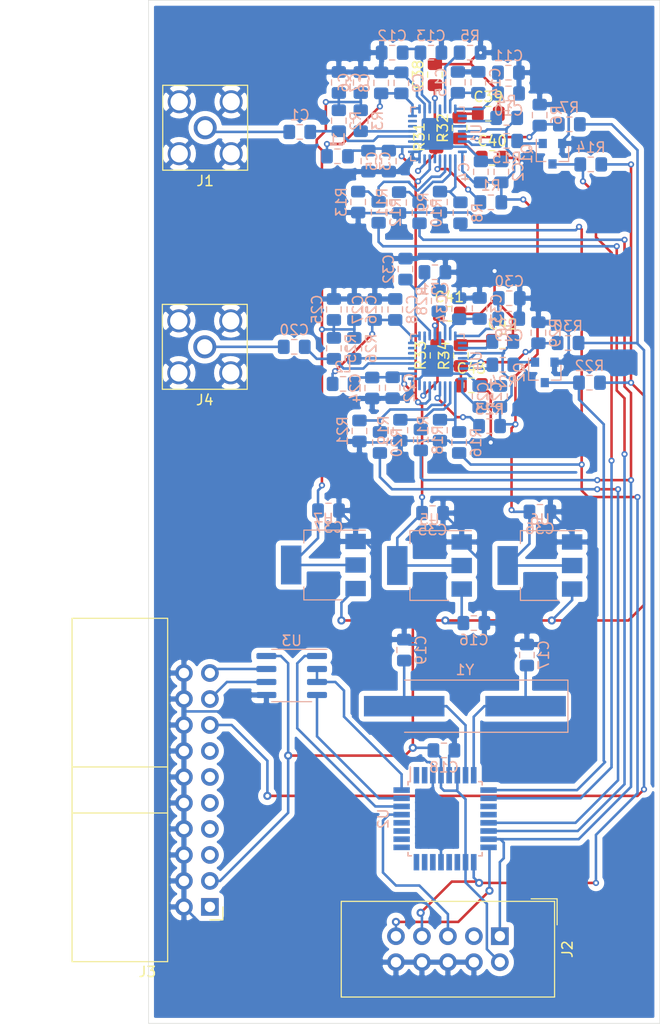
<source format=kicad_pcb>
(kicad_pcb (version 20171130) (host pcbnew 5.1.6)
  (layers (0 F.Cu signal) (31 B.Cu signal) (34 B.Paste user hide) (35 F.Paste user hide) (36 B.SilkS user) (37 F.SilkS user) (38 B.Mask user hide) (39 F.Mask user hide) (44 Edge.Cuts user))
  (net 0 "")
  (net 1 GND)
  (net 2 +3V3)
  (net 3 +3.3VA)
  (net 4 +3.3VP)
  (net 5 "Net-(C8-Pad2)")
  (net 6 "Net-(C10-Pad1)")
  (net 7 "Net-(C12-Pad1)")
  (net 8 "Net-(C14-Pad1)")
  (net 9 VCC)
  (net 10 "Net-(C17-Pad1)")
  (net 11 "Net-(C19-Pad1)")
  (net 12 "Net-(C27-Pad2)")
  (net 13 "Net-(C29-Pad1)")
  (net 14 "Net-(C31-Pad1)")
  (net 15 "Net-(C33-Pad1)")
  (net 16 "Net-(C1-Pad2)")
  (net 17 "Net-(J2-Pad9)")
  (net 18 SCK)
  (net 19 "Net-(J2-Pad5)")
  (net 20 "Net-(J2-Pad3)")
  (net 21 MOSI)
  (net 22 "Net-(J3-Pad19)")
  (net 23 "Net-(J3-Pad17)")
  (net 24 10MHz)
  (net 25 "Net-(J3-Pad13)")
  (net 26 "Net-(J3-Pad11)")
  (net 27 "Net-(J3-Pad9)")
  (net 28 "Net-(J3-Pad7)")
  (net 29 "Net-(J3-Pad5)")
  (net 30 "Net-(J3-Pad1)")
  (net 31 "Net-(C20-Pad2)")
  (net 32 "Net-(Q1-Pad1)")
  (net 33 "Net-(Q2-Pad1)")
  (net 34 "Net-(R1-Pad2)")
  (net 35 "Net-(C1-Pad1)")
  (net 36 "Net-(R3-Pad1)")
  (net 37 "Net-(R4-Pad2)")
  (net 38 "Net-(R5-Pad2)")
  (net 39 "Net-(R6-Pad1)")
  (net 40 "Net-(R8-Pad2)")
  (net 41 "Net-(R10-Pad2)")
  (net 42 "Net-(R12-Pad2)")
  (net 43 "Net-(R16-Pad2)")
  (net 44 "Net-(R18-Pad2)")
  (net 45 "Net-(R20-Pad2)")
  (net 46 "Net-(R23-Pad2)")
  (net 47 "Net-(R24-Pad1)")
  (net 48 "Net-(C20-Pad1)")
  (net 49 "Net-(R26-Pad1)")
  (net 50 "Net-(R27-Pad2)")
  (net 51 "Net-(R28-Pad2)")
  (net 52 "Net-(R29-Pad1)")
  (net 53 "Net-(U1-Pad25)")
  (net 54 "Net-(U1-Pad15)")
  (net 55 "Net-(U1-Pad14)")
  (net 56 "Net-(U1-Pad5)")
  (net 57 "Net-(U2-Pad32)")
  (net 58 "Net-(U2-Pad31)")
  (net 59 "Net-(U2-Pad30)")
  (net 60 "Net-(U2-Pad28)")
  (net 61 "Net-(U2-Pad27)")
  (net 62 "Net-(U2-Pad26)")
  (net 63 "Net-(U2-Pad25)")
  (net 64 "Net-(U2-Pad24)")
  (net 65 "Net-(U2-Pad23)")
  (net 66 "Net-(U2-Pad22)")
  (net 67 "Net-(U2-Pad20)")
  (net 68 "Net-(U2-Pad19)")
  (net 69 "Net-(U2-Pad12)")
  (net 70 "Net-(U2-Pad11)")
  (net 71 "Net-(U2-Pad2)")
  (net 72 "Net-(U2-Pad1)")
  (net 73 "Net-(U4-Pad25)")
  (net 74 "Net-(U4-Pad15)")
  (net 75 "Net-(U4-Pad14)")
  (net 76 "Net-(U4-Pad5)")
  (net 77 "Net-(R15-Pad1)")
  (net 78 MUXOUT0)
  (net 79 MUXOUT1)
  (net 80 LE0)
  (net 81 LE1)
  (net 82 "Net-(C38-Pad1)")
  (net 83 "Net-(C39-Pad1)")
  (net 84 CP0)
  (net 85 "Net-(C41-Pad1)")
  (net 86 "Net-(C42-Pad1)")
  (net 87 CP1)
  (module Capacitor_SMD:C_0805_2012Metric_Pad1.15x1.40mm_HandSolder (layer B.Cu) (at 48.006 116.586)
    (fp_text reference C31 (at 0 1.65) (layer B.SilkS) (effects (justify mirror)))
    (fp_text value 10p)
    (pad 2 smd roundrect (at 1.025 0) (size 1.15 1.4) (layers B.Cu B.Paste B.Mask) (roundrect_rratio 0.217391) (net 1 GND))
    (pad 1 smd roundrect (at -1.025 0) (size 1.15 1.4) (layers B.Cu B.Paste B.Mask) (roundrect_rratio 0.217391) (net 14 "Net-(C31-Pad1)"))
  )
  (module Resistor_SMD:R_0805_2012Metric_Pad1.15x1.40mm_HandSolder (layer F.Cu) (at 50.546 124.723 90)
    (fp_text reference R34 (at 0 -1.65 90) (layer F.SilkS))
    (fp_text value 82)
    (pad 2 smd roundrect (at 1.025 0 90) (size 1.15 1.4) (layers F.Cu F.Paste F.Mask) (roundrect_rratio 0.217391) (net 86 "Net-(C42-Pad1)"))
    (pad 1 smd roundrect (at -1.025 0 90) (size 1.15 1.4) (layers F.Cu F.Paste F.Mask) (roundrect_rratio 0.217391) (net 87 CP1))
  )
  (module Resistor_SMD:R_0805_2012Metric_Pad1.15x1.40mm_HandSolder (layer F.Cu) (at 48.26 124.714 90)
    (fp_text reference R33 (at 0 -1.65 90) (layer F.SilkS))
    (fp_text value 180)
    (pad 2 smd roundrect (at 1.025 0 90) (size 1.15 1.4) (layers F.Cu F.Paste F.Mask) (roundrect_rratio 0.217391) (net 85 "Net-(C41-Pad1)"))
    (pad 1 smd roundrect (at -1.025 0 90) (size 1.15 1.4) (layers F.Cu F.Paste F.Mask) (roundrect_rratio 0.217391) (net 87 CP1))
  )
  (module Resistor_SMD:R_0805_2012Metric_Pad1.15x1.40mm_HandSolder (layer F.Cu) (at 50.419 102.489 90)
    (fp_text reference R32 (at 0 -1.65 90) (layer F.SilkS))
    (fp_text value 82)
    (pad 2 smd roundrect (at 1.025 0 90) (size 1.15 1.4) (layers F.Cu F.Paste F.Mask) (roundrect_rratio 0.217391) (net 83 "Net-(C39-Pad1)"))
    (pad 1 smd roundrect (at -1.025 0 90) (size 1.15 1.4) (layers F.Cu F.Paste F.Mask) (roundrect_rratio 0.217391) (net 84 CP0))
  )
  (module Resistor_SMD:R_0805_2012Metric_Pad1.15x1.40mm_HandSolder (layer F.Cu) (at 48.133 103.369 90)
    (fp_text reference R31 (at 0 -1.65 90) (layer F.SilkS))
    (fp_text value 180)
    (pad 2 smd roundrect (at 1.025 0 90) (size 1.15 1.4) (layers F.Cu F.Paste F.Mask) (roundrect_rratio 0.217391) (net 82 "Net-(C38-Pad1)"))
    (pad 1 smd roundrect (at -1.025 0 90) (size 1.15 1.4) (layers F.Cu F.Paste F.Mask) (roundrect_rratio 0.217391) (net 84 CP0))
  )
  (module Capacitor_SMD:C_0805_2012Metric_Pad1.15x1.40mm_HandSolder (layer F.Cu) (at 51.571 127.635)
    (fp_text reference C43 (at 0 -1.65) (layer F.SilkS))
    (fp_text value 22n)
    (pad 2 smd roundrect (at 1.025 0) (size 1.15 1.4) (layers F.Cu F.Paste F.Mask) (roundrect_rratio 0.217391) (net 1 GND))
    (pad 1 smd roundrect (at -1.025 0) (size 1.15 1.4) (layers F.Cu F.Paste F.Mask) (roundrect_rratio 0.217391) (net 87 CP1))
  )
  (module Capacitor_SMD:C_0805_2012Metric_Pad1.15x1.40mm_HandSolder (layer F.Cu) (at 54.61 123.317)
    (fp_text reference C42 (at 0 -1.65) (layer F.SilkS))
    (fp_text value 330n)
    (pad 2 smd roundrect (at 1.025 0) (size 1.15 1.4) (layers F.Cu F.Paste F.Mask) (roundrect_rratio 0.217391) (net 1 GND))
    (pad 1 smd roundrect (at -1.025 0) (size 1.15 1.4) (layers F.Cu F.Paste F.Mask) (roundrect_rratio 0.217391) (net 86 "Net-(C42-Pad1)"))
  )
  (module Capacitor_SMD:C_0805_2012Metric_Pad1.15x1.40mm_HandSolder (layer F.Cu) (at 49.412 120.65)
    (fp_text reference C41 (at 0 -1.65) (layer F.SilkS))
    (fp_text value 10n)
    (pad 2 smd roundrect (at 1.025 0) (size 1.15 1.4) (layers F.Cu F.Paste F.Mask) (roundrect_rratio 0.217391) (net 1 GND))
    (pad 1 smd roundrect (at -1.025 0) (size 1.15 1.4) (layers F.Cu F.Paste F.Mask) (roundrect_rratio 0.217391) (net 85 "Net-(C41-Pad1)"))
  )
  (module Capacitor_SMD:C_0805_2012Metric_Pad1.15x1.40mm_HandSolder (layer F.Cu) (at 53.603 105.41)
    (fp_text reference C40 (at 0 -1.65) (layer F.SilkS))
    (fp_text value 22n)
    (pad 2 smd roundrect (at 1.025 0) (size 1.15 1.4) (layers F.Cu F.Paste F.Mask) (roundrect_rratio 0.217391) (net 1 GND))
    (pad 1 smd roundrect (at -1.025 0) (size 1.15 1.4) (layers F.Cu F.Paste F.Mask) (roundrect_rratio 0.217391) (net 84 CP0))
  )
  (module Capacitor_SMD:C_0805_2012Metric_Pad1.15x1.40mm_HandSolder (layer F.Cu) (at 53.222 101.092)
    (fp_text reference C39 (at 0 -1.65) (layer F.SilkS))
    (fp_text value 330n)
    (pad 2 smd roundrect (at 1.025 0) (size 1.15 1.4) (layers F.Cu F.Paste F.Mask) (roundrect_rratio 0.217391) (net 1 GND))
    (pad 1 smd roundrect (at -1.025 0) (size 1.15 1.4) (layers F.Cu F.Paste F.Mask) (roundrect_rratio 0.217391) (net 83 "Net-(C39-Pad1)"))
  )
  (module Capacitor_SMD:C_0805_2012Metric_Pad1.15x1.40mm_HandSolder (layer F.Cu) (at 48.006 97.273 90)
    (fp_text reference C38 (at 0 -1.65 90) (layer F.SilkS))
    (fp_text value 10n)
    (pad 2 smd roundrect (at 1.025 0 90) (size 1.15 1.4) (layers F.Cu F.Paste F.Mask) (roundrect_rratio 0.217391) (net 1 GND))
    (pad 1 smd roundrect (at -1.025 0 90) (size 1.15 1.4) (layers F.Cu F.Paste F.Mask) (roundrect_rratio 0.217391) (net 82 "Net-(C38-Pad1)"))
  )
  (module Capacitor_SMD:C_0805_2012Metric_Pad1.15x1.40mm_HandSolder (layer B.Cu) (at 34.25 123.875 180)
    (fp_text reference C20 (at 0 1.65) (layer B.SilkS) (effects (justify mirror)))
    (fp_text value 100p)
    (pad 2 smd roundrect (at 1.025 0 180) (size 1.15 1.4) (layers B.Cu B.Paste B.Mask) (roundrect_rratio 0.217391) (net 31 "Net-(C20-Pad2)"))
    (pad 1 smd roundrect (at -1.025 0 180) (size 1.15 1.4) (layers B.Cu B.Paste B.Mask) (roundrect_rratio 0.217391) (net 48 "Net-(C20-Pad1)"))
  )
  (module Capacitor_SMD:C_0805_2012Metric_Pad1.15x1.40mm_HandSolder (layer B.Cu) (at 45 153.5125 90)
    (fp_text reference C19 (at 0 1.65 90) (layer B.SilkS) (effects (justify mirror)))
    (fp_text value 27p)
    (pad 2 smd roundrect (at 1.025 0 90) (size 1.15 1.4) (layers B.Cu B.Paste B.Mask) (roundrect_rratio 0.217391) (net 1 GND))
    (pad 1 smd roundrect (at -1.025 0 90) (size 1.15 1.4) (layers B.Cu B.Paste B.Mask) (roundrect_rratio 0.217391) (net 11 "Net-(C19-Pad1)"))
  )
  (module Capacitor_SMD:C_0805_2012Metric_Pad1.15x1.40mm_HandSolder (layer B.Cu) (at 48.886 163.322)
    (fp_text reference C18 (at 0 1.65) (layer B.SilkS) (effects (justify mirror)))
    (fp_text value 100nF)
    (pad 2 smd roundrect (at 1.025 0) (size 1.15 1.4) (layers B.Cu B.Paste B.Mask) (roundrect_rratio 0.217391) (net 1 GND))
    (pad 1 smd roundrect (at -1.025 0) (size 1.15 1.4) (layers B.Cu B.Paste B.Mask) (roundrect_rratio 0.217391) (net 9 VCC))
  )
  (module Capacitor_SMD:C_0805_2012Metric_Pad1.15x1.40mm_HandSolder (layer B.Cu) (at 57 154 90)
    (fp_text reference C17 (at 0 1.65 90) (layer B.SilkS) (effects (justify mirror)))
    (fp_text value 27p)
    (pad 2 smd roundrect (at 1.025 0 90) (size 1.15 1.4) (layers B.Cu B.Paste B.Mask) (roundrect_rratio 0.217391) (net 1 GND))
    (pad 1 smd roundrect (at -1.025 0 90) (size 1.15 1.4) (layers B.Cu B.Paste B.Mask) (roundrect_rratio 0.217391) (net 10 "Net-(C17-Pad1)"))
  )
  (module Capacitor_SMD:C_0805_2012Metric_Pad1.15x1.40mm_HandSolder (layer B.Cu) (at 51.816 150.876)
    (fp_text reference C16 (at 0 1.65) (layer B.SilkS) (effects (justify mirror)))
    (fp_text value 100nF)
    (pad 2 smd roundrect (at 1.025 0) (size 1.15 1.4) (layers B.Cu B.Paste B.Mask) (roundrect_rratio 0.217391) (net 1 GND))
    (pad 1 smd roundrect (at -1.025 0) (size 1.15 1.4) (layers B.Cu B.Paste B.Mask) (roundrect_rratio 0.217391) (net 9 VCC))
  )
  (module Capacitor_SMD:C_0805_2012Metric_Pad1.15x1.40mm_HandSolder (layer B.Cu) (at 34.789 102.87 180)
    (fp_text reference C1 (at 0 1.65) (layer B.SilkS) (effects (justify mirror)))
    (fp_text value 100p)
    (pad 2 smd roundrect (at 1.025 0 180) (size 1.15 1.4) (layers B.Cu B.Paste B.Mask) (roundrect_rratio 0.217391) (net 16 "Net-(C1-Pad2)"))
    (pad 1 smd roundrect (at -1.025 0 180) (size 1.15 1.4) (layers B.Cu B.Paste B.Mask) (roundrect_rratio 0.217391) (net 35 "Net-(C1-Pad1)"))
  )
  (module Package_TO_SOT_SMD:SOT-223-3_TabPin2 (layer B.Cu) (at 37.1 145.2 180)
    (fp_text reference U7 (at 0 4.5) (layer B.SilkS) (effects (justify mirror)))
    (fp_text value AMS1117-3.3)
    (pad 1 smd rect (at -3.15 2.3 180) (size 2 1.5) (layers B.Cu B.Paste B.Mask) (net 1 GND))
    (pad 3 smd rect (at -3.15 -2.3 180) (size 2 1.5) (layers B.Cu B.Paste B.Mask) (net 9 VCC))
    (pad 2 smd rect (at -3.15 0 180) (size 2 1.5) (layers B.Cu B.Paste B.Mask) (net 4 +3.3VP))
    (pad 2 smd rect (at 3.15 0 180) (size 2 3.8) (layers B.Cu B.Paste B.Mask) (net 4 +3.3VP))
  )
  (module Package_TO_SOT_SMD:SOT-223-3_TabPin2 (layer B.Cu) (at 58.275 145.25 180)
    (fp_text reference U6 (at 0 4.5) (layer B.SilkS) (effects (justify mirror)))
    (fp_text value AMS1117-3.3)
    (pad 1 smd rect (at -3.15 2.3 180) (size 2 1.5) (layers B.Cu B.Paste B.Mask) (net 1 GND))
    (pad 3 smd rect (at -3.15 -2.3 180) (size 2 1.5) (layers B.Cu B.Paste B.Mask) (net 9 VCC))
    (pad 2 smd rect (at -3.15 0 180) (size 2 1.5) (layers B.Cu B.Paste B.Mask) (net 2 +3V3))
    (pad 2 smd rect (at 3.15 0 180) (size 2 3.8) (layers B.Cu B.Paste B.Mask) (net 2 +3V3))
  )
  (module Package_TO_SOT_SMD:SOT-223-3_TabPin2 (layer B.Cu) (at 47.475 145.25 180)
    (fp_text reference U5 (at 0 4.5) (layer B.SilkS) (effects (justify mirror)))
    (fp_text value AMS1117-3.3)
    (pad 1 smd rect (at -3.15 2.3 180) (size 2 1.5) (layers B.Cu B.Paste B.Mask) (net 1 GND))
    (pad 3 smd rect (at -3.15 -2.3 180) (size 2 1.5) (layers B.Cu B.Paste B.Mask) (net 9 VCC))
    (pad 2 smd rect (at -3.15 0 180) (size 2 1.5) (layers B.Cu B.Paste B.Mask) (net 3 +3.3VA))
    (pad 2 smd rect (at 3.15 0 180) (size 2 3.8) (layers B.Cu B.Paste B.Mask) (net 3 +3.3VA))
  )
  (module Capacitor_SMD:C_0805_2012Metric_Pad1.15x1.40mm_HandSolder (layer B.Cu) (at 37.6 139.875)
    (fp_text reference C37 (at 0 1.65) (layer B.SilkS) (effects (justify mirror)))
    (fp_text value 100n)
    (pad 2 smd roundrect (at 1.025 0) (size 1.15 1.4) (layers B.Cu B.Paste B.Mask) (roundrect_rratio 0.217391) (net 1 GND))
    (pad 1 smd roundrect (at -1.025 0) (size 1.15 1.4) (layers B.Cu B.Paste B.Mask) (roundrect_rratio 0.217391) (net 4 +3.3VP))
  )
  (module Capacitor_SMD:C_0805_2012Metric_Pad1.15x1.40mm_HandSolder (layer B.Cu) (at 58.275 140)
    (fp_text reference C36 (at 0 1.65) (layer B.SilkS) (effects (justify mirror)))
    (fp_text value 100n)
    (pad 2 smd roundrect (at 1.025 0) (size 1.15 1.4) (layers B.Cu B.Paste B.Mask) (roundrect_rratio 0.217391) (net 1 GND))
    (pad 1 smd roundrect (at -1.025 0) (size 1.15 1.4) (layers B.Cu B.Paste B.Mask) (roundrect_rratio 0.217391) (net 2 +3V3))
  )
  (module Capacitor_SMD:C_0805_2012Metric_Pad1.15x1.40mm_HandSolder (layer B.Cu) (at 47.775 140.125)
    (fp_text reference C35 (at 0 1.65) (layer B.SilkS) (effects (justify mirror)))
    (fp_text value 100n)
    (pad 2 smd roundrect (at 1.025 0) (size 1.15 1.4) (layers B.Cu B.Paste B.Mask) (roundrect_rratio 0.217391) (net 1 GND))
    (pad 1 smd roundrect (at -1.025 0) (size 1.15 1.4) (layers B.Cu B.Paste B.Mask) (roundrect_rratio 0.217391) (net 3 +3.3VA))
  )
  (module Crystal:Crystal_SMD_HC49-SD_HandSoldering (layer B.Cu) (at 50.9375 159 180)
    (fp_text reference Y1 (at 0 3.55) (layer B.SilkS) (effects (justify mirror)))
    (fp_text value 16MHz)
    (pad 2 smd rect (at 5.9375 0 180) (size 7.875 2) (layers B.Cu B.Paste B.Mask) (net 11 "Net-(C19-Pad1)"))
    (pad 1 smd rect (at -5.9375 0 180) (size 7.875 2) (layers B.Cu B.Paste B.Mask) (net 10 "Net-(C17-Pad1)"))
  )
  (module Package_DFN_QFN:QFN-32-1EP_5x5mm_P0.5mm_EP3.1x3.1mm (layer B.Cu) (at 48.25 125.25 90)
    (fp_text reference U4 (at 0 3.82 90) (layer B.SilkS) (effects (justify mirror)))
    (fp_text value ADF4351)
    (pad 32 smd roundrect (at -1.75 2.4375 90) (size 0.25 0.875) (layers B.Cu B.Paste B.Mask) (net 2 +3V3))
    (pad 31 smd roundrect (at -1.25 2.4375 90) (size 0.25 0.875) (layers B.Cu B.Paste B.Mask) (net 1 GND))
    (pad 30 smd roundrect (at -0.75 2.4375 90) (size 0.25 0.875) (layers B.Cu B.Paste B.Mask) (net 47 "Net-(R24-Pad1)"))
    (pad 29 smd roundrect (at -0.25 2.4375 90) (size 0.25 0.875) (layers B.Cu B.Paste B.Mask) (net 52 "Net-(R29-Pad1)"))
    (pad 28 smd roundrect (at 0.25 2.4375 90) (size 0.25 0.875) (layers B.Cu B.Paste B.Mask) (net 2 +3V3))
    (pad 27 smd roundrect (at 0.75 2.4375 90) (size 0.25 0.875) (layers B.Cu B.Paste B.Mask) (net 1 GND))
    (pad 26 smd roundrect (at 1.25 2.4375 90) (size 0.25 0.875) (layers B.Cu B.Paste B.Mask) (net 50 "Net-(R27-Pad2)"))
    (pad 25 smd roundrect (at 1.75 2.4375 90) (size 0.25 0.875) (layers B.Cu B.Paste B.Mask) (net 73 "Net-(U4-Pad25)"))
    (pad 24 smd roundrect (at 2.4375 1.75 90) (size 0.875 0.25) (layers B.Cu B.Paste B.Mask) (net 13 "Net-(C29-Pad1)"))
    (pad 23 smd roundrect (at 2.4375 1.25 90) (size 0.875 0.25) (layers B.Cu B.Paste B.Mask) (net 15 "Net-(C33-Pad1)"))
    (pad 22 smd roundrect (at 2.4375 0.75 90) (size 0.875 0.25) (layers B.Cu B.Paste B.Mask) (net 51 "Net-(R28-Pad2)"))
    (pad 21 smd roundrect (at 2.4375 0.25 90) (size 0.875 0.25) (layers B.Cu B.Paste B.Mask) (net 1 GND))
    (pad 20 smd roundrect (at 2.4375 -0.25 90) (size 0.875 0.25) (layers B.Cu B.Paste B.Mask) (net 85 "Net-(C41-Pad1)"))
    (pad 19 smd roundrect (at 2.4375 -0.75 90) (size 0.875 0.25) (layers B.Cu B.Paste B.Mask) (net 14 "Net-(C31-Pad1)"))
    (pad 18 smd roundrect (at 2.4375 -1.25 90) (size 0.875 0.25) (layers B.Cu B.Paste B.Mask) (net 1 GND))
    (pad 17 smd roundrect (at 2.4375 -1.75 90) (size 0.875 0.25) (layers B.Cu B.Paste B.Mask) (net 12 "Net-(C27-Pad2)"))
    (pad 16 smd roundrect (at 1.75 -2.4375 90) (size 0.25 0.875) (layers B.Cu B.Paste B.Mask) (net 12 "Net-(C27-Pad2)"))
    (pad 15 smd roundrect (at 1.25 -2.4375 90) (size 0.25 0.875) (layers B.Cu B.Paste B.Mask) (net 74 "Net-(U4-Pad15)"))
    (pad 14 smd roundrect (at 0.75 -2.4375 90) (size 0.25 0.875) (layers B.Cu B.Paste B.Mask) (net 75 "Net-(U4-Pad14)"))
    (pad 13 smd roundrect (at 0.25 -2.4375 90) (size 0.25 0.875) (layers B.Cu B.Paste B.Mask) (net 49 "Net-(R26-Pad1)"))
    (pad 12 smd roundrect (at -0.25 -2.4375 90) (size 0.25 0.875) (layers B.Cu B.Paste B.Mask) (net 48 "Net-(C20-Pad1)"))
    (pad 11 smd roundrect (at -0.75 -2.4375 90) (size 0.25 0.875) (layers B.Cu B.Paste B.Mask) (net 1 GND))
    (pad 10 smd roundrect (at -1.25 -2.4375 90) (size 0.25 0.875) (layers B.Cu B.Paste B.Mask) (net 3 +3.3VA))
    (pad 9 smd roundrect (at -1.75 -2.4375 90) (size 0.25 0.875) (layers B.Cu B.Paste B.Mask) (net 1 GND))
    (pad 8 smd roundrect (at -2.4375 -1.75 90) (size 0.875 0.25) (layers B.Cu B.Paste B.Mask) (net 1 GND))
    (pad 7 smd roundrect (at -2.4375 -1.25 90) (size 0.875 0.25) (layers B.Cu B.Paste B.Mask) (net 87 CP1))
    (pad 6 smd roundrect (at -2.4375 -0.75 90) (size 0.875 0.25) (layers B.Cu B.Paste B.Mask) (net 3 +3.3VA))
    (pad 5 smd roundrect (at -2.4375 -0.25 90) (size 0.875 0.25) (layers B.Cu B.Paste B.Mask) (net 76 "Net-(U4-Pad5)"))
    (pad 4 smd roundrect (at -2.4375 0.25 90) (size 0.875 0.25) (layers B.Cu B.Paste B.Mask) (net 46 "Net-(R23-Pad2)"))
    (pad 3 smd roundrect (at -2.4375 0.75 90) (size 0.875 0.25) (layers B.Cu B.Paste B.Mask) (net 45 "Net-(R20-Pad2)"))
    (pad 2 smd roundrect (at -2.4375 1.25 90) (size 0.875 0.25) (layers B.Cu B.Paste B.Mask) (net 44 "Net-(R18-Pad2)"))
    (pad 1 smd roundrect (at -2.4375 1.75 90) (size 0.875 0.25) (layers B.Cu B.Paste B.Mask) (net 43 "Net-(R16-Pad2)"))
    (pad 33 smd roundrect (at 0 0 90) (size 3.1 3.1) (layers B.Cu B.Mask) (roundrect_rratio 0.08064499999999999) (net 1 GND))
  )
  (module Package_SO:SOIC-8_3.9x4.9mm_P1.27mm (layer B.Cu) (at 34 156 180)
    (fp_text reference U3 (at 0 3.4) (layer B.SilkS) (effects (justify mirror)))
    (fp_text value ST485EBDR)
    (pad 8 smd roundrect (at 2.475 1.905 180) (size 1.95 0.6) (layers B.Cu B.Paste B.Mask) (net 9 VCC))
    (pad 7 smd roundrect (at 2.475 0.635 180) (size 1.95 0.6) (layers B.Cu B.Paste B.Mask) (net 22 "Net-(J3-Pad19)"))
    (pad 6 smd roundrect (at 2.475 -0.635 180) (size 1.95 0.6) (layers B.Cu B.Paste B.Mask) (net 23 "Net-(J3-Pad17)"))
    (pad 5 smd roundrect (at 2.475 -1.905 180) (size 1.95 0.6) (layers B.Cu B.Paste B.Mask) (net 1 GND))
    (pad 4 smd roundrect (at -2.475 -1.905 180) (size 1.95 0.6) (layers B.Cu B.Paste B.Mask) (net 58 "Net-(U2-Pad31)"))
    (pad 3 smd roundrect (at -2.475 -0.635 180) (size 1.95 0.6) (layers B.Cu B.Paste B.Mask) (net 57 "Net-(U2-Pad32)"))
    (pad 2 smd roundrect (at -2.475 0.635 180) (size 1.95 0.6) (layers B.Cu B.Paste B.Mask) (net 57 "Net-(U2-Pad32)"))
    (pad 1 smd roundrect (at -2.475 1.905 180) (size 1.95 0.6) (layers B.Cu B.Paste B.Mask) (net 59 "Net-(U2-Pad30)"))
  )
  (module Package_QFP:TQFP-32_7x7mm_P0.8mm (layer B.Cu) (at 49 170 270)
    (fp_text reference U2 (at 0 6.05 90) (layer B.SilkS) (effects (justify mirror)))
    (fp_text value ATmega328P-AU)
    (pad 32 smd rect (at -2.8 4.25 180) (size 1.6 0.55) (layers B.Cu B.Paste B.Mask) (net 57 "Net-(U2-Pad32)"))
    (pad 31 smd rect (at -2 4.25 180) (size 1.6 0.55) (layers B.Cu B.Paste B.Mask) (net 58 "Net-(U2-Pad31)"))
    (pad 30 smd rect (at -1.2 4.25 180) (size 1.6 0.55) (layers B.Cu B.Paste B.Mask) (net 59 "Net-(U2-Pad30)"))
    (pad 29 smd rect (at -0.4 4.25 180) (size 1.6 0.55) (layers B.Cu B.Paste B.Mask) (net 19 "Net-(J2-Pad5)"))
    (pad 28 smd rect (at 0.4 4.25 180) (size 1.6 0.55) (layers B.Cu B.Paste B.Mask) (net 60 "Net-(U2-Pad28)"))
    (pad 27 smd rect (at 1.2 4.25 180) (size 1.6 0.55) (layers B.Cu B.Paste B.Mask) (net 61 "Net-(U2-Pad27)"))
    (pad 26 smd rect (at 2 4.25 180) (size 1.6 0.55) (layers B.Cu B.Paste B.Mask) (net 62 "Net-(U2-Pad26)"))
    (pad 25 smd rect (at 2.8 4.25 180) (size 1.6 0.55) (layers B.Cu B.Paste B.Mask) (net 63 "Net-(U2-Pad25)"))
    (pad 24 smd rect (at 4.25 2.8 270) (size 1.6 0.55) (layers B.Cu B.Paste B.Mask) (net 64 "Net-(U2-Pad24)"))
    (pad 23 smd rect (at 4.25 2 270) (size 1.6 0.55) (layers B.Cu B.Paste B.Mask) (net 65 "Net-(U2-Pad23)"))
    (pad 22 smd rect (at 4.25 1.2 270) (size 1.6 0.55) (layers B.Cu B.Paste B.Mask) (net 66 "Net-(U2-Pad22)"))
    (pad 21 smd rect (at 4.25 0.4 270) (size 1.6 0.55) (layers B.Cu B.Paste B.Mask) (net 1 GND))
    (pad 20 smd rect (at 4.25 -0.4 270) (size 1.6 0.55) (layers B.Cu B.Paste B.Mask) (net 67 "Net-(U2-Pad20)"))
    (pad 19 smd rect (at 4.25 -1.2 270) (size 1.6 0.55) (layers B.Cu B.Paste B.Mask) (net 68 "Net-(U2-Pad19)"))
    (pad 18 smd rect (at 4.25 -2 270) (size 1.6 0.55) (layers B.Cu B.Paste B.Mask) (net 9 VCC))
    (pad 17 smd rect (at 4.25 -2.8 270) (size 1.6 0.55) (layers B.Cu B.Paste B.Mask) (net 18 SCK))
    (pad 16 smd rect (at 2.8 -4.25 180) (size 1.6 0.55) (layers B.Cu B.Paste B.Mask) (net 17 "Net-(J2-Pad9)"))
    (pad 15 smd rect (at 2 -4.25 180) (size 1.6 0.55) (layers B.Cu B.Paste B.Mask) (net 21 MOSI))
    (pad 14 smd rect (at 1.2 -4.25 180) (size 1.6 0.55) (layers B.Cu B.Paste B.Mask) (net 80 LE0))
    (pad 13 smd rect (at 0.4 -4.25 180) (size 1.6 0.55) (layers B.Cu B.Paste B.Mask) (net 81 LE1))
    (pad 12 smd rect (at -0.4 -4.25 180) (size 1.6 0.55) (layers B.Cu B.Paste B.Mask) (net 69 "Net-(U2-Pad12)"))
    (pad 11 smd rect (at -1.2 -4.25 180) (size 1.6 0.55) (layers B.Cu B.Paste B.Mask) (net 70 "Net-(U2-Pad11)"))
    (pad 10 smd rect (at -2 -4.25 180) (size 1.6 0.55) (layers B.Cu B.Paste B.Mask) (net 78 MUXOUT0))
    (pad 9 smd rect (at -2.8 -4.25 180) (size 1.6 0.55) (layers B.Cu B.Paste B.Mask) (net 79 MUXOUT1))
    (pad 8 smd rect (at -4.25 -2.8 270) (size 1.6 0.55) (layers B.Cu B.Paste B.Mask) (net 10 "Net-(C17-Pad1)"))
    (pad 7 smd rect (at -4.25 -2 270) (size 1.6 0.55) (layers B.Cu B.Paste B.Mask) (net 11 "Net-(C19-Pad1)"))
    (pad 6 smd rect (at -4.25 -1.2 270) (size 1.6 0.55) (layers B.Cu B.Paste B.Mask) (net 9 VCC))
    (pad 5 smd rect (at -4.25 -0.4 270) (size 1.6 0.55) (layers B.Cu B.Paste B.Mask) (net 1 GND))
    (pad 4 smd rect (at -4.25 0.4 270) (size 1.6 0.55) (layers B.Cu B.Paste B.Mask) (net 9 VCC))
    (pad 3 smd rect (at -4.25 1.2 270) (size 1.6 0.55) (layers B.Cu B.Paste B.Mask) (net 1 GND))
    (pad 2 smd rect (at -4.25 2 270) (size 1.6 0.55) (layers B.Cu B.Paste B.Mask) (net 71 "Net-(U2-Pad2)"))
    (pad 1 smd rect (at -4.25 2.8 270) (size 1.6 0.55) (layers B.Cu B.Paste B.Mask) (net 72 "Net-(U2-Pad1)"))
  )
  (module Package_DFN_QFN:QFN-32-1EP_5x5mm_P0.5mm_EP3.1x3.1mm (layer B.Cu) (at 48.25 103.0625 90)
    (fp_text reference U1 (at 0 3.82 90) (layer B.SilkS) (effects (justify mirror)))
    (fp_text value ADF4351)
    (pad 32 smd roundrect (at -1.75 2.4375 90) (size 0.25 0.875) (layers B.Cu B.Paste B.Mask) (net 2 +3V3))
    (pad 31 smd roundrect (at -1.25 2.4375 90) (size 0.25 0.875) (layers B.Cu B.Paste B.Mask) (net 1 GND))
    (pad 30 smd roundrect (at -0.75 2.4375 90) (size 0.25 0.875) (layers B.Cu B.Paste B.Mask) (net 77 "Net-(R15-Pad1)"))
    (pad 29 smd roundrect (at -0.25 2.4375 90) (size 0.25 0.875) (layers B.Cu B.Paste B.Mask) (net 39 "Net-(R6-Pad1)"))
    (pad 28 smd roundrect (at 0.25 2.4375 90) (size 0.25 0.875) (layers B.Cu B.Paste B.Mask) (net 2 +3V3))
    (pad 27 smd roundrect (at 0.75 2.4375 90) (size 0.25 0.875) (layers B.Cu B.Paste B.Mask) (net 1 GND))
    (pad 26 smd roundrect (at 1.25 2.4375 90) (size 0.25 0.875) (layers B.Cu B.Paste B.Mask) (net 37 "Net-(R4-Pad2)"))
    (pad 25 smd roundrect (at 1.75 2.4375 90) (size 0.25 0.875) (layers B.Cu B.Paste B.Mask) (net 53 "Net-(U1-Pad25)"))
    (pad 24 smd roundrect (at 2.4375 1.75 90) (size 0.875 0.25) (layers B.Cu B.Paste B.Mask) (net 6 "Net-(C10-Pad1)"))
    (pad 23 smd roundrect (at 2.4375 1.25 90) (size 0.875 0.25) (layers B.Cu B.Paste B.Mask) (net 8 "Net-(C14-Pad1)"))
    (pad 22 smd roundrect (at 2.4375 0.75 90) (size 0.875 0.25) (layers B.Cu B.Paste B.Mask) (net 38 "Net-(R5-Pad2)"))
    (pad 21 smd roundrect (at 2.4375 0.25 90) (size 0.875 0.25) (layers B.Cu B.Paste B.Mask) (net 1 GND))
    (pad 20 smd roundrect (at 2.4375 -0.25 90) (size 0.875 0.25) (layers B.Cu B.Paste B.Mask) (net 82 "Net-(C38-Pad1)"))
    (pad 19 smd roundrect (at 2.4375 -0.75 90) (size 0.875 0.25) (layers B.Cu B.Paste B.Mask) (net 7 "Net-(C12-Pad1)"))
    (pad 18 smd roundrect (at 2.4375 -1.25 90) (size 0.875 0.25) (layers B.Cu B.Paste B.Mask) (net 1 GND))
    (pad 17 smd roundrect (at 2.4375 -1.75 90) (size 0.875 0.25) (layers B.Cu B.Paste B.Mask) (net 5 "Net-(C8-Pad2)"))
    (pad 16 smd roundrect (at 1.75 -2.4375 90) (size 0.25 0.875) (layers B.Cu B.Paste B.Mask) (net 5 "Net-(C8-Pad2)"))
    (pad 15 smd roundrect (at 1.25 -2.4375 90) (size 0.25 0.875) (layers B.Cu B.Paste B.Mask) (net 54 "Net-(U1-Pad15)"))
    (pad 14 smd roundrect (at 0.75 -2.4375 90) (size 0.25 0.875) (layers B.Cu B.Paste B.Mask) (net 55 "Net-(U1-Pad14)"))
    (pad 13 smd roundrect (at 0.25 -2.4375 90) (size 0.25 0.875) (layers B.Cu B.Paste B.Mask) (net 36 "Net-(R3-Pad1)"))
    (pad 12 smd roundrect (at -0.25 -2.4375 90) (size 0.25 0.875) (layers B.Cu B.Paste B.Mask) (net 35 "Net-(C1-Pad1)"))
    (pad 11 smd roundrect (at -0.75 -2.4375 90) (size 0.25 0.875) (layers B.Cu B.Paste B.Mask) (net 1 GND))
    (pad 10 smd roundrect (at -1.25 -2.4375 90) (size 0.25 0.875) (layers B.Cu B.Paste B.Mask) (net 3 +3.3VA))
    (pad 9 smd roundrect (at -1.75 -2.4375 90) (size 0.25 0.875) (layers B.Cu B.Paste B.Mask) (net 1 GND))
    (pad 8 smd roundrect (at -2.4375 -1.75 90) (size 0.875 0.25) (layers B.Cu B.Paste B.Mask) (net 1 GND))
    (pad 7 smd roundrect (at -2.4375 -1.25 90) (size 0.875 0.25) (layers B.Cu B.Paste B.Mask) (net 84 CP0))
    (pad 6 smd roundrect (at -2.4375 -0.75 90) (size 0.875 0.25) (layers B.Cu B.Paste B.Mask) (net 3 +3.3VA))
    (pad 5 smd roundrect (at -2.4375 -0.25 90) (size 0.875 0.25) (layers B.Cu B.Paste B.Mask) (net 56 "Net-(U1-Pad5)"))
    (pad 4 smd roundrect (at -2.4375 0.25 90) (size 0.875 0.25) (layers B.Cu B.Paste B.Mask) (net 34 "Net-(R1-Pad2)"))
    (pad 3 smd roundrect (at -2.4375 0.75 90) (size 0.875 0.25) (layers B.Cu B.Paste B.Mask) (net 42 "Net-(R12-Pad2)"))
    (pad 2 smd roundrect (at -2.4375 1.25 90) (size 0.875 0.25) (layers B.Cu B.Paste B.Mask) (net 41 "Net-(R10-Pad2)"))
    (pad 1 smd roundrect (at -2.4375 1.75 90) (size 0.875 0.25) (layers B.Cu B.Paste B.Mask) (net 40 "Net-(R8-Pad2)"))
    (pad 33 smd roundrect (at 0 0 90) (size 3.1 3.1) (layers B.Cu B.Mask) (roundrect_rratio 0.08064499999999999) (net 1 GND))
  )
  (module Resistor_SMD:R_0805_2012Metric_Pad1.15x1.40mm_HandSolder (layer B.Cu) (at 61.025 123.5 180)
    (fp_text reference R30 (at 0 1.65) (layer B.SilkS) (effects (justify mirror)))
    (fp_text value 1k8)
    (pad 2 smd roundrect (at 1.025 0 180) (size 1.15 1.4) (layers B.Cu B.Paste B.Mask) (roundrect_rratio 0.217391) (net 52 "Net-(R29-Pad1)"))
    (pad 1 smd roundrect (at -1.025 0 180) (size 1.15 1.4) (layers B.Cu B.Paste B.Mask) (roundrect_rratio 0.217391) (net 24 10MHz))
  )
  (module Resistor_SMD:R_0805_2012Metric_Pad1.15x1.40mm_HandSolder (layer B.Cu) (at 58.125 122.5 90)
    (fp_text reference R29 (at 0 1.65 90) (layer B.SilkS) (effects (justify mirror)))
    (fp_text value 3k3)
    (pad 2 smd roundrect (at 1.025 0 90) (size 1.15 1.4) (layers B.Cu B.Paste B.Mask) (roundrect_rratio 0.217391) (net 1 GND))
    (pad 1 smd roundrect (at -1.025 0 90) (size 1.15 1.4) (layers B.Cu B.Paste B.Mask) (roundrect_rratio 0.217391) (net 52 "Net-(R29-Pad1)"))
  )
  (module Resistor_SMD:R_0805_2012Metric_Pad1.15x1.40mm_HandSolder (layer B.Cu) (at 48.375 119.389 270)
    (fp_text reference R28 (at 0 1.65 90) (layer B.SilkS) (effects (justify mirror)))
    (fp_text value 4k7)
    (pad 2 smd roundrect (at 1.025 0 270) (size 1.15 1.4) (layers B.Cu B.Paste B.Mask) (roundrect_rratio 0.217391) (net 51 "Net-(R28-Pad2)"))
    (pad 1 smd roundrect (at -1.025 0 270) (size 1.15 1.4) (layers B.Cu B.Paste B.Mask) (roundrect_rratio 0.217391) (net 1 GND))
  )
  (module Resistor_SMD:R_0805_2012Metric_Pad1.15x1.40mm_HandSolder (layer B.Cu) (at 54.65 123.375 180)
    (fp_text reference R27 (at 0 1.65) (layer B.SilkS) (effects (justify mirror)))
    (fp_text value 10k)
    (pad 2 smd roundrect (at 1.025 0 180) (size 1.15 1.4) (layers B.Cu B.Paste B.Mask) (roundrect_rratio 0.217391) (net 50 "Net-(R27-Pad2)"))
    (pad 1 smd roundrect (at -1.025 0 180) (size 1.15 1.4) (layers B.Cu B.Paste B.Mask) (roundrect_rratio 0.217391) (net 2 +3V3))
  )
  (module Resistor_SMD:R_0805_2012Metric_Pad1.15x1.40mm_HandSolder (layer B.Cu) (at 40.125 124.025 90)
    (fp_text reference R26 (at 0 1.65 90) (layer B.SilkS) (effects (justify mirror)))
    (fp_text value 50)
    (pad 2 smd roundrect (at 1.025 0 90) (size 1.15 1.4) (layers B.Cu B.Paste B.Mask) (roundrect_rratio 0.217391) (net 4 +3.3VP))
    (pad 1 smd roundrect (at -1.025 0 90) (size 1.15 1.4) (layers B.Cu B.Paste B.Mask) (roundrect_rratio 0.217391) (net 49 "Net-(R26-Pad1)"))
  )
  (module Resistor_SMD:R_0805_2012Metric_Pad1.15x1.40mm_HandSolder (layer B.Cu) (at 38.125 124.025 90)
    (fp_text reference R25 (at 0 1.65 90) (layer B.SilkS) (effects (justify mirror)))
    (fp_text value 50)
    (pad 2 smd roundrect (at 1.025 0 90) (size 1.15 1.4) (layers B.Cu B.Paste B.Mask) (roundrect_rratio 0.217391) (net 4 +3.3VP))
    (pad 1 smd roundrect (at -1.025 0 90) (size 1.15 1.4) (layers B.Cu B.Paste B.Mask) (roundrect_rratio 0.217391) (net 48 "Net-(C20-Pad1)"))
  )
  (module Resistor_SMD:R_0805_2012Metric_Pad1.15x1.40mm_HandSolder (layer B.Cu) (at 54.65 125.625)
    (fp_text reference R24 (at 0 1.65) (layer B.SilkS) (effects (justify mirror)))
    (fp_text value 1k)
    (pad 2 smd roundrect (at 1.025 0) (size 1.15 1.4) (layers B.Cu B.Paste B.Mask) (roundrect_rratio 0.217391) (net 33 "Net-(Q2-Pad1)"))
    (pad 1 smd roundrect (at -1.025 0) (size 1.15 1.4) (layers B.Cu B.Paste B.Mask) (roundrect_rratio 0.217391) (net 47 "Net-(R24-Pad1)"))
  )
  (module Resistor_SMD:R_0805_2012Metric_Pad1.15x1.40mm_HandSolder (layer B.Cu) (at 53.35 131.625 180)
    (fp_text reference R23 (at 0 1.65) (layer B.SilkS) (effects (justify mirror)))
    (fp_text value 10k)
    (pad 2 smd roundrect (at 1.025 0 180) (size 1.15 1.4) (layers B.Cu B.Paste B.Mask) (roundrect_rratio 0.217391) (net 46 "Net-(R23-Pad2)"))
    (pad 1 smd roundrect (at -1.025 0 180) (size 1.15 1.4) (layers B.Cu B.Paste B.Mask) (roundrect_rratio 0.217391) (net 2 +3V3))
  )
  (module Resistor_SMD:R_0805_2012Metric_Pad1.15x1.40mm_HandSolder (layer B.Cu) (at 63.119 127.381 180)
    (fp_text reference R22 (at 0 1.65) (layer B.SilkS) (effects (justify mirror)))
    (fp_text value 1k)
    (pad 2 smd roundrect (at 1.025 0 180) (size 1.15 1.4) (layers B.Cu B.Paste B.Mask) (roundrect_rratio 0.217391) (net 79 MUXOUT1))
    (pad 1 smd roundrect (at -1.025 0 180) (size 1.15 1.4) (layers B.Cu B.Paste B.Mask) (roundrect_rratio 0.217391) (net 9 VCC))
  )
  (module Resistor_SMD:R_0805_2012Metric_Pad1.15x1.40mm_HandSolder (layer B.Cu) (at 40.625 132.1 270)
    (fp_text reference R21 (at 0 1.65 90) (layer B.SilkS) (effects (justify mirror)))
    (fp_text value 3k3)
    (pad 2 smd roundrect (at 1.025 0 270) (size 1.15 1.4) (layers B.Cu B.Paste B.Mask) (roundrect_rratio 0.217391) (net 1 GND))
    (pad 1 smd roundrect (at -1.025 0 270) (size 1.15 1.4) (layers B.Cu B.Paste B.Mask) (roundrect_rratio 0.217391) (net 45 "Net-(R20-Pad2)"))
  )
  (module Resistor_SMD:R_0805_2012Metric_Pad1.15x1.40mm_HandSolder (layer B.Cu) (at 42.625 133.225 90)
    (fp_text reference R20 (at 0 1.65 90) (layer B.SilkS) (effects (justify mirror)))
    (fp_text value 2k2)
    (pad 2 smd roundrect (at 1.025 0 90) (size 1.15 1.4) (layers B.Cu B.Paste B.Mask) (roundrect_rratio 0.217391) (net 45 "Net-(R20-Pad2)"))
    (pad 1 smd roundrect (at -1.025 0 90) (size 1.15 1.4) (layers B.Cu B.Paste B.Mask) (roundrect_rratio 0.217391) (net 81 LE1))
  )
  (module Resistor_SMD:R_0805_2012Metric_Pad1.15x1.40mm_HandSolder (layer B.Cu) (at 44.625 132.025 270)
    (fp_text reference R19 (at 0 1.65 90) (layer B.SilkS) (effects (justify mirror)))
    (fp_text value 3k3)
    (pad 2 smd roundrect (at 1.025 0 270) (size 1.15 1.4) (layers B.Cu B.Paste B.Mask) (roundrect_rratio 0.217391) (net 1 GND))
    (pad 1 smd roundrect (at -1.025 0 270) (size 1.15 1.4) (layers B.Cu B.Paste B.Mask) (roundrect_rratio 0.217391) (net 44 "Net-(R18-Pad2)"))
  )
  (module Resistor_SMD:R_0805_2012Metric_Pad1.15x1.40mm_HandSolder (layer B.Cu) (at 46.625 132.975 90)
    (fp_text reference R18 (at 0 1.65 90) (layer B.SilkS) (effects (justify mirror)))
    (fp_text value 2k2)
    (pad 2 smd roundrect (at 1.025 0 90) (size 1.15 1.4) (layers B.Cu B.Paste B.Mask) (roundrect_rratio 0.217391) (net 44 "Net-(R18-Pad2)"))
    (pad 1 smd roundrect (at -1.025 0 90) (size 1.15 1.4) (layers B.Cu B.Paste B.Mask) (roundrect_rratio 0.217391) (net 21 MOSI))
  )
  (module Resistor_SMD:R_0805_2012Metric_Pad1.15x1.40mm_HandSolder (layer B.Cu) (at 48.5 132.025 270)
    (fp_text reference R17 (at 0 1.65 90) (layer B.SilkS) (effects (justify mirror)))
    (fp_text value 3k3)
    (pad 2 smd roundrect (at 1.025 0 270) (size 1.15 1.4) (layers B.Cu B.Paste B.Mask) (roundrect_rratio 0.217391) (net 1 GND))
    (pad 1 smd roundrect (at -1.025 0 270) (size 1.15 1.4) (layers B.Cu B.Paste B.Mask) (roundrect_rratio 0.217391) (net 43 "Net-(R16-Pad2)"))
  )
  (module Resistor_SMD:R_0805_2012Metric_Pad1.15x1.40mm_HandSolder (layer B.Cu) (at 50.375 133.225 90)
    (fp_text reference R16 (at 0 1.65 90) (layer B.SilkS) (effects (justify mirror)))
    (fp_text value 2k2)
    (pad 2 smd roundrect (at 1.025 0 90) (size 1.15 1.4) (layers B.Cu B.Paste B.Mask) (roundrect_rratio 0.217391) (net 43 "Net-(R16-Pad2)"))
    (pad 1 smd roundrect (at -1.025 0 90) (size 1.15 1.4) (layers B.Cu B.Paste B.Mask) (roundrect_rratio 0.217391) (net 18 SCK))
  )
  (module Resistor_SMD:R_0805_2012Metric_Pad1.15x1.40mm_HandSolder (layer B.Cu) (at 55.025 103.75)
    (fp_text reference R15 (at 0 1.65) (layer B.SilkS) (effects (justify mirror)))
    (fp_text value 1k)
    (pad 2 smd roundrect (at 1.025 0) (size 1.15 1.4) (layers B.Cu B.Paste B.Mask) (roundrect_rratio 0.217391) (net 32 "Net-(Q1-Pad1)"))
    (pad 1 smd roundrect (at -1.025 0) (size 1.15 1.4) (layers B.Cu B.Paste B.Mask) (roundrect_rratio 0.217391) (net 77 "Net-(R15-Pad1)"))
  )
  (module Resistor_SMD:R_0805_2012Metric_Pad1.15x1.40mm_HandSolder (layer B.Cu) (at 63.246 106.045 180)
    (fp_text reference R14 (at 0 1.65) (layer B.SilkS) (effects (justify mirror)))
    (fp_text value 1k)
    (pad 2 smd roundrect (at 1.025 0 180) (size 1.15 1.4) (layers B.Cu B.Paste B.Mask) (roundrect_rratio 0.217391) (net 78 MUXOUT0))
    (pad 1 smd roundrect (at -1.025 0 180) (size 1.15 1.4) (layers B.Cu B.Paste B.Mask) (roundrect_rratio 0.217391) (net 9 VCC))
  )
  (module Resistor_SMD:R_0805_2012Metric_Pad1.15x1.40mm_HandSolder (layer B.Cu) (at 40.5 109.725 270)
    (fp_text reference R13 (at 0 1.65 90) (layer B.SilkS) (effects (justify mirror)))
    (fp_text value 3k3)
    (pad 2 smd roundrect (at 1.025 0 270) (size 1.15 1.4) (layers B.Cu B.Paste B.Mask) (roundrect_rratio 0.217391) (net 1 GND))
    (pad 1 smd roundrect (at -1.025 0 270) (size 1.15 1.4) (layers B.Cu B.Paste B.Mask) (roundrect_rratio 0.217391) (net 42 "Net-(R12-Pad2)"))
  )
  (module Resistor_SMD:R_0805_2012Metric_Pad1.15x1.40mm_HandSolder (layer B.Cu) (at 42.5 110.725 90)
    (fp_text reference R12 (at 0 1.65 90) (layer B.SilkS) (effects (justify mirror)))
    (fp_text value 2k2)
    (pad 2 smd roundrect (at 1.025 0 90) (size 1.15 1.4) (layers B.Cu B.Paste B.Mask) (roundrect_rratio 0.217391) (net 42 "Net-(R12-Pad2)"))
    (pad 1 smd roundrect (at -1.025 0 90) (size 1.15 1.4) (layers B.Cu B.Paste B.Mask) (roundrect_rratio 0.217391) (net 80 LE0))
  )
  (module Resistor_SMD:R_0805_2012Metric_Pad1.15x1.40mm_HandSolder (layer B.Cu) (at 44.5 109.775 270)
    (fp_text reference R11 (at 0 1.65 90) (layer B.SilkS) (effects (justify mirror)))
    (fp_text value 3k3)
    (pad 2 smd roundrect (at 1.025 0 270) (size 1.15 1.4) (layers B.Cu B.Paste B.Mask) (roundrect_rratio 0.217391) (net 1 GND))
    (pad 1 smd roundrect (at -1.025 0 270) (size 1.15 1.4) (layers B.Cu B.Paste B.Mask) (roundrect_rratio 0.217391) (net 41 "Net-(R10-Pad2)"))
  )
  (module Resistor_SMD:R_0805_2012Metric_Pad1.15x1.40mm_HandSolder (layer B.Cu) (at 46.5 110.775 90)
    (fp_text reference R10 (at 0 1.65 90) (layer B.SilkS) (effects (justify mirror)))
    (fp_text value 2k2)
    (pad 2 smd roundrect (at 1.025 0 90) (size 1.15 1.4) (layers B.Cu B.Paste B.Mask) (roundrect_rratio 0.217391) (net 41 "Net-(R10-Pad2)"))
    (pad 1 smd roundrect (at -1.025 0 90) (size 1.15 1.4) (layers B.Cu B.Paste B.Mask) (roundrect_rratio 0.217391) (net 21 MOSI))
  )
  (module Resistor_SMD:R_0805_2012Metric_Pad1.15x1.40mm_HandSolder (layer B.Cu) (at 48.5 109.725 270)
    (fp_text reference R9 (at 0 1.65 90) (layer B.SilkS) (effects (justify mirror)))
    (fp_text value 3k3)
    (pad 2 smd roundrect (at 1.025 0 270) (size 1.15 1.4) (layers B.Cu B.Paste B.Mask) (roundrect_rratio 0.217391) (net 1 GND))
    (pad 1 smd roundrect (at -1.025 0 270) (size 1.15 1.4) (layers B.Cu B.Paste B.Mask) (roundrect_rratio 0.217391) (net 40 "Net-(R8-Pad2)"))
  )
  (module Resistor_SMD:R_0805_2012Metric_Pad1.15x1.40mm_HandSolder (layer B.Cu) (at 50.5 110.775 90)
    (fp_text reference R8 (at 0 1.65 90) (layer B.SilkS) (effects (justify mirror)))
    (fp_text value 2k2)
    (pad 2 smd roundrect (at 1.025 0 90) (size 1.15 1.4) (layers B.Cu B.Paste B.Mask) (roundrect_rratio 0.217391) (net 40 "Net-(R8-Pad2)"))
    (pad 1 smd roundrect (at -1.025 0 90) (size 1.15 1.4) (layers B.Cu B.Paste B.Mask) (roundrect_rratio 0.217391) (net 18 SCK))
  )
  (module Resistor_SMD:R_0805_2012Metric_Pad1.15x1.40mm_HandSolder (layer B.Cu) (at 61.15 102.125 180)
    (fp_text reference R7 (at 0 1.65) (layer B.SilkS) (effects (justify mirror)))
    (fp_text value 1k8)
    (pad 2 smd roundrect (at 1.025 0 180) (size 1.15 1.4) (layers B.Cu B.Paste B.Mask) (roundrect_rratio 0.217391) (net 39 "Net-(R6-Pad1)"))
    (pad 1 smd roundrect (at -1.025 0 180) (size 1.15 1.4) (layers B.Cu B.Paste B.Mask) (roundrect_rratio 0.217391) (net 24 10MHz))
  )
  (module Resistor_SMD:R_0805_2012Metric_Pad1.15x1.40mm_HandSolder (layer B.Cu) (at 58.25 101.225 90)
    (fp_text reference R6 (at 0 1.65 90) (layer B.SilkS) (effects (justify mirror)))
    (fp_text value 3k3)
    (pad 2 smd roundrect (at 1.025 0 90) (size 1.15 1.4) (layers B.Cu B.Paste B.Mask) (roundrect_rratio 0.217391) (net 1 GND))
    (pad 1 smd roundrect (at -1.025 0 90) (size 1.15 1.4) (layers B.Cu B.Paste B.Mask) (roundrect_rratio 0.217391) (net 39 "Net-(R6-Pad1)"))
  )
  (module Resistor_SMD:R_0805_2012Metric_Pad1.15x1.40mm_HandSolder (layer B.Cu) (at 51.444 95.123 180)
    (fp_text reference R5 (at 0 1.65) (layer B.SilkS) (effects (justify mirror)))
    (fp_text value 4k7)
    (pad 2 smd roundrect (at 1.025 0 180) (size 1.15 1.4) (layers B.Cu B.Paste B.Mask) (roundrect_rratio 0.217391) (net 38 "Net-(R5-Pad2)"))
    (pad 1 smd roundrect (at -1.025 0 180) (size 1.15 1.4) (layers B.Cu B.Paste B.Mask) (roundrect_rratio 0.217391) (net 1 GND))
  )
  (module Resistor_SMD:R_0805_2012Metric_Pad1.15x1.40mm_HandSolder (layer B.Cu) (at 55.025 101.5 180)
    (fp_text reference R4 (at 0 1.65) (layer B.SilkS) (effects (justify mirror)))
    (fp_text value 10k)
    (pad 2 smd roundrect (at 1.025 0 180) (size 1.15 1.4) (layers B.Cu B.Paste B.Mask) (roundrect_rratio 0.217391) (net 37 "Net-(R4-Pad2)"))
    (pad 1 smd roundrect (at -1.025 0 180) (size 1.15 1.4) (layers B.Cu B.Paste B.Mask) (roundrect_rratio 0.217391) (net 2 +3V3))
  )
  (module Resistor_SMD:R_0805_2012Metric_Pad1.15x1.40mm_HandSolder (layer B.Cu) (at 40.75 101.775 90)
    (fp_text reference R3 (at 0 1.65 90) (layer B.SilkS) (effects (justify mirror)))
    (fp_text value 50)
    (pad 2 smd roundrect (at 1.025 0 90) (size 1.15 1.4) (layers B.Cu B.Paste B.Mask) (roundrect_rratio 0.217391) (net 4 +3.3VP))
    (pad 1 smd roundrect (at -1.025 0 90) (size 1.15 1.4) (layers B.Cu B.Paste B.Mask) (roundrect_rratio 0.217391) (net 36 "Net-(R3-Pad1)"))
  )
  (module Resistor_SMD:R_0805_2012Metric_Pad1.15x1.40mm_HandSolder (layer B.Cu) (at 38.608 101.775 90)
    (fp_text reference R2 (at 0 1.65 90) (layer B.SilkS) (effects (justify mirror)))
    (fp_text value 50)
    (pad 2 smd roundrect (at 1.025 0 90) (size 1.15 1.4) (layers B.Cu B.Paste B.Mask) (roundrect_rratio 0.217391) (net 4 +3.3VP))
    (pad 1 smd roundrect (at -1.025 0 90) (size 1.15 1.4) (layers B.Cu B.Paste B.Mask) (roundrect_rratio 0.217391) (net 35 "Net-(C1-Pad1)"))
  )
  (module Resistor_SMD:R_0805_2012Metric_Pad1.15x1.40mm_HandSolder (layer B.Cu) (at 53.475 109.75 180)
    (fp_text reference R1 (at 0 1.65) (layer B.SilkS) (effects (justify mirror)))
    (fp_text value 10k)
    (pad 2 smd roundrect (at 1.025 0 180) (size 1.15 1.4) (layers B.Cu B.Paste B.Mask) (roundrect_rratio 0.217391) (net 34 "Net-(R1-Pad2)"))
    (pad 1 smd roundrect (at -1.025 0 180) (size 1.15 1.4) (layers B.Cu B.Paste B.Mask) (roundrect_rratio 0.217391) (net 2 +3V3))
  )
  (module Package_TO_SOT_SMD:SOT-23 (layer B.Cu) (at 58.75 126.375 270)
    (fp_text reference Q2 (at 0 2.5 90) (layer B.SilkS) (effects (justify mirror)))
    (fp_text value BC847)
    (pad 3 smd rect (at 1 0 270) (size 0.9 0.8) (layers B.Cu B.Paste B.Mask) (net 79 MUXOUT1))
    (pad 2 smd rect (at -1 -0.95 270) (size 0.9 0.8) (layers B.Cu B.Paste B.Mask) (net 1 GND))
    (pad 1 smd rect (at -1 0.95 270) (size 0.9 0.8) (layers B.Cu B.Paste B.Mask) (net 33 "Net-(Q2-Pad1)"))
  )
  (module Package_TO_SOT_SMD:SOT-23 (layer B.Cu) (at 59.5 105 270)
    (fp_text reference Q1 (at 0 2.5 90) (layer B.SilkS) (effects (justify mirror)))
    (fp_text value BC847)
    (pad 3 smd rect (at 1 0 270) (size 0.9 0.8) (layers B.Cu B.Paste B.Mask) (net 78 MUXOUT0))
    (pad 2 smd rect (at -1 -0.95 270) (size 0.9 0.8) (layers B.Cu B.Paste B.Mask) (net 1 GND))
    (pad 1 smd rect (at -1 0.95 270) (size 0.9 0.8) (layers B.Cu B.Paste B.Mask) (net 32 "Net-(Q1-Pad1)"))
  )
  (module Inductor_SMD:L_0805_2012Metric_Pad1.15x1.40mm_HandSolder (layer B.Cu) (at 39.025 127.5 180)
    (fp_text reference L2 (at 0 1.65) (layer B.SilkS) (effects (justify mirror)))
    (fp_text value 47n)
    (pad 2 smd roundrect (at 1.025 0 180) (size 1.15 1.4) (layers B.Cu B.Paste B.Mask) (roundrect_rratio 0.217391) (net 12 "Net-(C27-Pad2)"))
    (pad 1 smd roundrect (at -1.025 0 180) (size 1.15 1.4) (layers B.Cu B.Paste B.Mask) (roundrect_rratio 0.217391) (net 3 +3.3VA))
  )
  (module Inductor_SMD:L_0805_2012Metric_Pad1.15x1.40mm_HandSolder (layer B.Cu) (at 38.475 105.25 180)
    (fp_text reference L1 (at 0 1.65) (layer B.SilkS) (effects (justify mirror)))
    (fp_text value 47n)
    (pad 2 smd roundrect (at 1.025 0 180) (size 1.15 1.4) (layers B.Cu B.Paste B.Mask) (roundrect_rratio 0.217391) (net 5 "Net-(C8-Pad2)"))
    (pad 1 smd roundrect (at -1.025 0 180) (size 1.15 1.4) (layers B.Cu B.Paste B.Mask) (roundrect_rratio 0.217391) (net 3 +3.3VA))
  )
  (module Connector_Coaxial:SMA_Amphenol_132203-12_Horizontal (layer F.Cu) (at 25.5 123.875 90)
    (fp_text reference J4 (at -5.2 0) (layer F.SilkS))
    (fp_text value Conn_Coaxial)
    (pad 1 thru_hole circle (at 0 0 90) (size 2.25 2.25) (drill 1.5) (layers *.Cu *.Mask) (net 31 "Net-(C20-Pad2)"))
    (pad 2 thru_hole circle (at 2.54 2.54 180) (size 2.25 2.25) (drill 1.7) (layers *.Cu *.Mask) (net 1 GND))
    (pad 2 thru_hole circle (at 2.54 -2.54 90) (size 2.25 2.25) (drill 1.7) (layers *.Cu *.Mask) (net 1 GND))
    (pad 2 thru_hole circle (at -2.54 -2.54 90) (size 2.25 2.25) (drill 1.7) (layers *.Cu *.Mask) (net 1 GND))
    (pad 2 thru_hole circle (at -2.54 2.54 90) (size 2.25 2.25) (drill 1.7) (layers *.Cu *.Mask) (net 1 GND))
  )
  (module Connector_IDC:IDC-Header_2x10_P2.54mm_Horizontal (layer F.Cu) (at 26 178.62 180)
    (fp_text reference J3 (at 6.105 -6.35) (layer F.SilkS))
    (fp_text value Conn_02x10_Odd_Even)
    (pad 20 thru_hole oval (at 2.54 22.86 180) (size 1.7272 1.7272) (drill 1.016) (layers *.Cu *.Mask) (net 1 GND))
    (pad 19 thru_hole oval (at 0 22.86 180) (size 1.7272 1.7272) (drill 1.016) (layers *.Cu *.Mask) (net 22 "Net-(J3-Pad19)"))
    (pad 18 thru_hole oval (at 2.54 20.32 180) (size 1.7272 1.7272) (drill 1.016) (layers *.Cu *.Mask) (net 1 GND))
    (pad 17 thru_hole oval (at 0 20.32 180) (size 1.7272 1.7272) (drill 1.016) (layers *.Cu *.Mask) (net 23 "Net-(J3-Pad17)"))
    (pad 16 thru_hole oval (at 2.54 17.78 180) (size 1.7272 1.7272) (drill 1.016) (layers *.Cu *.Mask) (net 1 GND))
    (pad 15 thru_hole oval (at 0 17.78 180) (size 1.7272 1.7272) (drill 1.016) (layers *.Cu *.Mask) (net 24 10MHz))
    (pad 14 thru_hole oval (at 2.54 15.24 180) (size 1.7272 1.7272) (drill 1.016) (layers *.Cu *.Mask) (net 1 GND))
    (pad 13 thru_hole oval (at 0 15.24 180) (size 1.7272 1.7272) (drill 1.016) (layers *.Cu *.Mask) (net 25 "Net-(J3-Pad13)"))
    (pad 12 thru_hole oval (at 2.54 12.7 180) (size 1.7272 1.7272) (drill 1.016) (layers *.Cu *.Mask) (net 1 GND))
    (pad 11 thru_hole oval (at 0 12.7 180) (size 1.7272 1.7272) (drill 1.016) (layers *.Cu *.Mask) (net 26 "Net-(J3-Pad11)"))
    (pad 10 thru_hole oval (at 2.54 10.16 180) (size 1.7272 1.7272) (drill 1.016) (layers *.Cu *.Mask) (net 1 GND))
    (pad 9 thru_hole oval (at 0 10.16 180) (size 1.7272 1.7272) (drill 1.016) (layers *.Cu *.Mask) (net 27 "Net-(J3-Pad9)"))
    (pad 8 thru_hole oval (at 2.54 7.62 180) (size 1.7272 1.7272) (drill 1.016) (layers *.Cu *.Mask) (net 1 GND))
    (pad 7 thru_hole oval (at 0 7.62 180) (size 1.7272 1.7272) (drill 1.016) (layers *.Cu *.Mask) (net 28 "Net-(J3-Pad7)"))
    (pad 6 thru_hole oval (at 2.54 5.08 180) (size 1.7272 1.7272) (drill 1.016) (layers *.Cu *.Mask) (net 1 GND))
    (pad 5 thru_hole oval (at 0 5.08 180) (size 1.7272 1.7272) (drill 1.016) (layers *.Cu *.Mask) (net 29 "Net-(J3-Pad5)"))
    (pad 4 thru_hole oval (at 2.54 2.54 180) (size 1.7272 1.7272) (drill 1.016) (layers *.Cu *.Mask) (net 1 GND))
    (pad 3 thru_hole oval (at 0 2.54 180) (size 1.7272 1.7272) (drill 1.016) (layers *.Cu *.Mask) (net 9 VCC))
    (pad 2 thru_hole oval (at 2.54 0 180) (size 1.7272 1.7272) (drill 1.016) (layers *.Cu *.Mask) (net 1 GND))
    (pad 1 thru_hole rect (at 0 0 180) (size 1.7272 1.7272) (drill 1.016) (layers *.Cu *.Mask) (net 30 "Net-(J3-Pad1)"))
  )
  (module Connector_IDC:IDC-Header_2x05_P2.54mm_Vertical (layer F.Cu) (at 54.356 181.483 270)
    (fp_text reference J2 (at 1.27 -6.604 90) (layer F.SilkS))
    (fp_text value AVR-ISP-10)
    (pad 10 thru_hole oval (at 2.54 10.16 270) (size 1.7272 1.7272) (drill 1.016) (layers *.Cu *.Mask) (net 1 GND))
    (pad 9 thru_hole oval (at 0 10.16 270) (size 1.7272 1.7272) (drill 1.016) (layers *.Cu *.Mask) (net 17 "Net-(J2-Pad9)"))
    (pad 8 thru_hole oval (at 2.54 7.62 270) (size 1.7272 1.7272) (drill 1.016) (layers *.Cu *.Mask) (net 1 GND))
    (pad 7 thru_hole oval (at 0 7.62 270) (size 1.7272 1.7272) (drill 1.016) (layers *.Cu *.Mask) (net 18 SCK))
    (pad 6 thru_hole oval (at 2.54 5.08 270) (size 1.7272 1.7272) (drill 1.016) (layers *.Cu *.Mask) (net 1 GND))
    (pad 5 thru_hole oval (at 0 5.08 270) (size 1.7272 1.7272) (drill 1.016) (layers *.Cu *.Mask) (net 19 "Net-(J2-Pad5)"))
    (pad 4 thru_hole oval (at 2.54 2.54 270) (size 1.7272 1.7272) (drill 1.016) (layers *.Cu *.Mask) (net 1 GND))
    (pad 3 thru_hole oval (at 0 2.54 270) (size 1.7272 1.7272) (drill 1.016) (layers *.Cu *.Mask) (net 20 "Net-(J2-Pad3)"))
    (pad 2 thru_hole oval (at 2.54 0 270) (size 1.7272 1.7272) (drill 1.016) (layers *.Cu *.Mask) (net 9 VCC))
    (pad 1 thru_hole rect (at 0 0 270) (size 1.7272 1.7272) (drill 1.016) (layers *.Cu *.Mask) (net 21 MOSI))
  )
  (module Connector_Coaxial:SMA_Amphenol_132203-12_Horizontal (layer F.Cu) (at 25.54 102.46 90)
    (fp_text reference J1 (at -5.2 0) (layer F.SilkS))
    (fp_text value Conn_Coaxial)
    (pad 1 thru_hole circle (at 0 0 90) (size 2.25 2.25) (drill 1.5) (layers *.Cu *.Mask) (net 16 "Net-(C1-Pad2)"))
    (pad 2 thru_hole circle (at 2.54 2.54 180) (size 2.25 2.25) (drill 1.7) (layers *.Cu *.Mask) (net 1 GND))
    (pad 2 thru_hole circle (at 2.54 -2.54 90) (size 2.25 2.25) (drill 1.7) (layers *.Cu *.Mask) (net 1 GND))
    (pad 2 thru_hole circle (at -2.54 -2.54 90) (size 2.25 2.25) (drill 1.7) (layers *.Cu *.Mask) (net 1 GND))
    (pad 2 thru_hole circle (at -2.54 2.54 90) (size 2.25 2.25) (drill 1.7) (layers *.Cu *.Mask) (net 1 GND))
  )
  (module Capacitor_SMD:C_0805_2012Metric_Pad1.15x1.40mm_HandSolder (layer B.Cu) (at 50.375 120.15 270)
    (fp_text reference C34 (at 0 1.65 90) (layer B.SilkS) (effects (justify mirror)))
    (fp_text value 100n)
    (pad 2 smd roundrect (at 1.025 0 270) (size 1.15 1.4) (layers B.Cu B.Paste B.Mask) (roundrect_rratio 0.217391) (net 15 "Net-(C33-Pad1)"))
    (pad 1 smd roundrect (at -1.025 0 270) (size 1.15 1.4) (layers B.Cu B.Paste B.Mask) (roundrect_rratio 0.217391) (net 1 GND))
  )
  (module Capacitor_SMD:C_0805_2012Metric_Pad1.15x1.40mm_HandSolder (layer B.Cu) (at 52.375 120.125 90)
    (fp_text reference C33 (at 0 1.65 90) (layer B.SilkS) (effects (justify mirror)))
    (fp_text value 10p)
    (pad 2 smd roundrect (at 1.025 0 90) (size 1.15 1.4) (layers B.Cu B.Paste B.Mask) (roundrect_rratio 0.217391) (net 1 GND))
    (pad 1 smd roundrect (at -1.025 0 90) (size 1.15 1.4) (layers B.Cu B.Paste B.Mask) (roundrect_rratio 0.217391) (net 15 "Net-(C33-Pad1)"))
  )
  (module Capacitor_SMD:C_0805_2012Metric_Pad1.15x1.40mm_HandSolder (layer B.Cu) (at 45.125 116.275 270)
    (fp_text reference C32 (at 0 1.65 90) (layer B.SilkS) (effects (justify mirror)))
    (fp_text value 100n)
    (pad 2 smd roundrect (at 1.025 0 270) (size 1.15 1.4) (layers B.Cu B.Paste B.Mask) (roundrect_rratio 0.217391) (net 14 "Net-(C31-Pad1)"))
    (pad 1 smd roundrect (at -1.025 0 270) (size 1.15 1.4) (layers B.Cu B.Paste B.Mask) (roundrect_rratio 0.217391) (net 1 GND))
  )
  (module Capacitor_SMD:C_0805_2012Metric_Pad1.15x1.40mm_HandSolder (layer B.Cu) (at 55.275 119.125 180)
    (fp_text reference C30 (at 0 1.65) (layer B.SilkS) (effects (justify mirror)))
    (fp_text value 100n)
    (pad 2 smd roundrect (at 1.025 0 180) (size 1.15 1.4) (layers B.Cu B.Paste B.Mask) (roundrect_rratio 0.217391) (net 13 "Net-(C29-Pad1)"))
    (pad 1 smd roundrect (at -1.025 0 180) (size 1.15 1.4) (layers B.Cu B.Paste B.Mask) (roundrect_rratio 0.217391) (net 1 GND))
  )
  (module Capacitor_SMD:C_0805_2012Metric_Pad1.15x1.40mm_HandSolder (layer B.Cu) (at 55.225 121.125)
    (fp_text reference C29 (at 0 1.65) (layer B.SilkS) (effects (justify mirror)))
    (fp_text value 10p)
    (pad 2 smd roundrect (at 1.025 0) (size 1.15 1.4) (layers B.Cu B.Paste B.Mask) (roundrect_rratio 0.217391) (net 1 GND))
    (pad 1 smd roundrect (at -1.025 0) (size 1.15 1.4) (layers B.Cu B.Paste B.Mask) (roundrect_rratio 0.217391) (net 13 "Net-(C29-Pad1)"))
  )
  (module Capacitor_SMD:C_0805_2012Metric_Pad1.15x1.40mm_HandSolder (layer B.Cu) (at 44.125 120.225 90)
    (fp_text reference C28 (at 0 1.65 90) (layer B.SilkS) (effects (justify mirror)))
    (fp_text value 10p)
    (pad 2 smd roundrect (at 1.025 0 90) (size 1.15 1.4) (layers B.Cu B.Paste B.Mask) (roundrect_rratio 0.217391) (net 1 GND))
    (pad 1 smd roundrect (at -1.025 0 90) (size 1.15 1.4) (layers B.Cu B.Paste B.Mask) (roundrect_rratio 0.217391) (net 12 "Net-(C27-Pad2)"))
  )
  (module Capacitor_SMD:C_0805_2012Metric_Pad1.15x1.40mm_HandSolder (layer B.Cu) (at 42.125 120.225 270)
    (fp_text reference C27 (at 0 1.65 90) (layer B.SilkS) (effects (justify mirror)))
    (fp_text value 100n)
    (pad 2 smd roundrect (at 1.025 0 270) (size 1.15 1.4) (layers B.Cu B.Paste B.Mask) (roundrect_rratio 0.217391) (net 12 "Net-(C27-Pad2)"))
    (pad 1 smd roundrect (at -1.025 0 270) (size 1.15 1.4) (layers B.Cu B.Paste B.Mask) (roundrect_rratio 0.217391) (net 1 GND))
  )
  (module Capacitor_SMD:C_0805_2012Metric_Pad1.15x1.40mm_HandSolder (layer B.Cu) (at 40.125 120.225 90)
    (fp_text reference C26 (at 0 1.65 90) (layer B.SilkS) (effects (justify mirror)))
    (fp_text value 10p)
    (pad 2 smd roundrect (at 1.025 0 90) (size 1.15 1.4) (layers B.Cu B.Paste B.Mask) (roundrect_rratio 0.217391) (net 1 GND))
    (pad 1 smd roundrect (at -1.025 0 90) (size 1.15 1.4) (layers B.Cu B.Paste B.Mask) (roundrect_rratio 0.217391) (net 4 +3.3VP))
  )
  (module Capacitor_SMD:C_0805_2012Metric_Pad1.15x1.40mm_HandSolder (layer B.Cu) (at 38.125 120.225 270)
    (fp_text reference C25 (at 0 1.65 90) (layer B.SilkS) (effects (justify mirror)))
    (fp_text value 100n)
    (pad 2 smd roundrect (at 1.025 0 270) (size 1.15 1.4) (layers B.Cu B.Paste B.Mask) (roundrect_rratio 0.217391) (net 4 +3.3VP))
    (pad 1 smd roundrect (at -1.025 0 270) (size 1.15 1.4) (layers B.Cu B.Paste B.Mask) (roundrect_rratio 0.217391) (net 1 GND))
  )
  (module Capacitor_SMD:C_0805_2012Metric_Pad1.15x1.40mm_HandSolder (layer B.Cu) (at 41.875 127.9 270)
    (fp_text reference C24 (at 0 1.65 90) (layer B.SilkS) (effects (justify mirror)))
    (fp_text value 10p)
    (pad 2 smd roundrect (at 1.025 0 270) (size 1.15 1.4) (layers B.Cu B.Paste B.Mask) (roundrect_rratio 0.217391) (net 1 GND))
    (pad 1 smd roundrect (at -1.025 0 270) (size 1.15 1.4) (layers B.Cu B.Paste B.Mask) (roundrect_rratio 0.217391) (net 3 +3.3VA))
  )
  (module Capacitor_SMD:C_0805_2012Metric_Pad1.15x1.40mm_HandSolder (layer B.Cu) (at 54.375 128.725 270)
    (fp_text reference C23 (at 0 1.65 90) (layer B.SilkS) (effects (justify mirror)))
    (fp_text value 100n)
    (pad 2 smd roundrect (at 1.025 0 270) (size 1.15 1.4) (layers B.Cu B.Paste B.Mask) (roundrect_rratio 0.217391) (net 2 +3V3))
    (pad 1 smd roundrect (at -1.025 0 270) (size 1.15 1.4) (layers B.Cu B.Paste B.Mask) (roundrect_rratio 0.217391) (net 1 GND))
  )
  (module Capacitor_SMD:C_0805_2012Metric_Pad1.15x1.40mm_HandSolder (layer B.Cu) (at 43.875 127.875 90)
    (fp_text reference C22 (at 0 1.65 90) (layer B.SilkS) (effects (justify mirror)))
    (fp_text value 100n)
    (pad 2 smd roundrect (at 1.025 0 90) (size 1.15 1.4) (layers B.Cu B.Paste B.Mask) (roundrect_rratio 0.217391) (net 3 +3.3VA))
    (pad 1 smd roundrect (at -1.025 0 90) (size 1.15 1.4) (layers B.Cu B.Paste B.Mask) (roundrect_rratio 0.217391) (net 1 GND))
  )
  (module Capacitor_SMD:C_0805_2012Metric_Pad1.15x1.40mm_HandSolder (layer B.Cu) (at 52.375 128.725 90)
    (fp_text reference C21 (at 0 1.65 90) (layer B.SilkS) (effects (justify mirror)))
    (fp_text value 10p)
    (pad 2 smd roundrect (at 1.025 0 90) (size 1.15 1.4) (layers B.Cu B.Paste B.Mask) (roundrect_rratio 0.217391) (net 1 GND))
    (pad 1 smd roundrect (at -1.025 0 90) (size 1.15 1.4) (layers B.Cu B.Paste B.Mask) (roundrect_rratio 0.217391) (net 2 +3V3))
  )
  (module Capacitor_SMD:C_0805_2012Metric_Pad1.15x1.40mm_HandSolder (layer B.Cu) (at 50.25 98.025 270)
    (fp_text reference C15 (at 0 1.65 90) (layer B.SilkS) (effects (justify mirror)))
    (fp_text value 100n)
    (pad 2 smd roundrect (at 1.025 0 270) (size 1.15 1.4) (layers B.Cu B.Paste B.Mask) (roundrect_rratio 0.217391) (net 8 "Net-(C14-Pad1)"))
    (pad 1 smd roundrect (at -1.025 0 270) (size 1.15 1.4) (layers B.Cu B.Paste B.Mask) (roundrect_rratio 0.217391) (net 1 GND))
  )
  (module Capacitor_SMD:C_0805_2012Metric_Pad1.15x1.40mm_HandSolder (layer B.Cu) (at 52.25 98.025 90)
    (fp_text reference C14 (at 0 1.65 90) (layer B.SilkS) (effects (justify mirror)))
    (fp_text value 10p)
    (pad 2 smd roundrect (at 1.025 0 90) (size 1.15 1.4) (layers B.Cu B.Paste B.Mask) (roundrect_rratio 0.217391) (net 1 GND))
    (pad 1 smd roundrect (at -1.025 0 90) (size 1.15 1.4) (layers B.Cu B.Paste B.Mask) (roundrect_rratio 0.217391) (net 8 "Net-(C14-Pad1)"))
  )
  (module Capacitor_SMD:C_0805_2012Metric_Pad1.15x1.40mm_HandSolder (layer B.Cu) (at 47.616 95.123 180)
    (fp_text reference C13 (at 0 1.65) (layer B.SilkS) (effects (justify mirror)))
    (fp_text value 100n)
    (pad 2 smd roundrect (at 1.025 0 180) (size 1.15 1.4) (layers B.Cu B.Paste B.Mask) (roundrect_rratio 0.217391) (net 7 "Net-(C12-Pad1)"))
    (pad 1 smd roundrect (at -1.025 0 180) (size 1.15 1.4) (layers B.Cu B.Paste B.Mask) (roundrect_rratio 0.217391) (net 1 GND))
  )
  (module Capacitor_SMD:C_0805_2012Metric_Pad1.15x1.40mm_HandSolder (layer B.Cu) (at 43.824 95.123 180)
    (fp_text reference C12 (at 0 1.65) (layer B.SilkS) (effects (justify mirror)))
    (fp_text value 10p)
    (pad 2 smd roundrect (at 1.025 0 180) (size 1.15 1.4) (layers B.Cu B.Paste B.Mask) (roundrect_rratio 0.217391) (net 1 GND))
    (pad 1 smd roundrect (at -1.025 0 180) (size 1.15 1.4) (layers B.Cu B.Paste B.Mask) (roundrect_rratio 0.217391) (net 7 "Net-(C12-Pad1)"))
  )
  (module Capacitor_SMD:C_0805_2012Metric_Pad1.15x1.40mm_HandSolder (layer B.Cu) (at 55.197 97.078 180)
    (fp_text reference C11 (at 0 1.65) (layer B.SilkS) (effects (justify mirror)))
    (fp_text value 100n)
    (pad 2 smd roundrect (at 1.025 0 180) (size 1.15 1.4) (layers B.Cu B.Paste B.Mask) (roundrect_rratio 0.217391) (net 6 "Net-(C10-Pad1)"))
    (pad 1 smd roundrect (at -1.025 0 180) (size 1.15 1.4) (layers B.Cu B.Paste B.Mask) (roundrect_rratio 0.217391) (net 1 GND))
  )
  (module Capacitor_SMD:C_0805_2012Metric_Pad1.15x1.40mm_HandSolder (layer B.Cu) (at 55.206 99.11)
    (fp_text reference C10 (at 0 1.65) (layer B.SilkS) (effects (justify mirror)))
    (fp_text value 10p)
    (pad 2 smd roundrect (at 1.025 0) (size 1.15 1.4) (layers B.Cu B.Paste B.Mask) (roundrect_rratio 0.217391) (net 1 GND))
    (pad 1 smd roundrect (at -1.025 0) (size 1.15 1.4) (layers B.Cu B.Paste B.Mask) (roundrect_rratio 0.217391) (net 6 "Net-(C10-Pad1)"))
  )
  (module Capacitor_SMD:C_0805_2012Metric_Pad1.15x1.40mm_HandSolder (layer B.Cu) (at 44.722 98.076 90)
    (fp_text reference C9 (at 0 1.65 90) (layer B.SilkS) (effects (justify mirror)))
    (fp_text value 10p)
    (pad 2 smd roundrect (at 1.025 0 90) (size 1.15 1.4) (layers B.Cu B.Paste B.Mask) (roundrect_rratio 0.217391) (net 1 GND))
    (pad 1 smd roundrect (at -1.025 0 90) (size 1.15 1.4) (layers B.Cu B.Paste B.Mask) (roundrect_rratio 0.217391) (net 5 "Net-(C8-Pad2)"))
  )
  (module Capacitor_SMD:C_0805_2012Metric_Pad1.15x1.40mm_HandSolder (layer B.Cu) (at 42.75 98.076 270)
    (fp_text reference C8 (at 0 1.65 90) (layer B.SilkS) (effects (justify mirror)))
    (fp_text value 100n)
    (pad 2 smd roundrect (at 1.025 0 270) (size 1.15 1.4) (layers B.Cu B.Paste B.Mask) (roundrect_rratio 0.217391) (net 5 "Net-(C8-Pad2)"))
    (pad 1 smd roundrect (at -1.025 0 270) (size 1.15 1.4) (layers B.Cu B.Paste B.Mask) (roundrect_rratio 0.217391) (net 1 GND))
  )
  (module Capacitor_SMD:C_0805_2012Metric_Pad1.15x1.40mm_HandSolder (layer B.Cu) (at 38.608 98.035 90)
    (fp_text reference C7 (at 0 1.65 90) (layer B.SilkS) (effects (justify mirror)))
    (fp_text value 10p)
    (pad 2 smd roundrect (at 1.025 0 90) (size 1.15 1.4) (layers B.Cu B.Paste B.Mask) (roundrect_rratio 0.217391) (net 1 GND))
    (pad 1 smd roundrect (at -1.025 0 90) (size 1.15 1.4) (layers B.Cu B.Paste B.Mask) (roundrect_rratio 0.217391) (net 4 +3.3VP))
  )
  (module Capacitor_SMD:C_0805_2012Metric_Pad1.15x1.40mm_HandSolder (layer B.Cu) (at 40.75 98.044 270)
    (fp_text reference C6 (at 0 1.65 90) (layer B.SilkS) (effects (justify mirror)))
    (fp_text value 100n)
    (pad 2 smd roundrect (at 1.025 0 270) (size 1.15 1.4) (layers B.Cu B.Paste B.Mask) (roundrect_rratio 0.217391) (net 4 +3.3VP))
    (pad 1 smd roundrect (at -1.025 0 270) (size 1.15 1.4) (layers B.Cu B.Paste B.Mask) (roundrect_rratio 0.217391) (net 1 GND))
  )
  (module Capacitor_SMD:C_0805_2012Metric_Pad1.15x1.40mm_HandSolder (layer B.Cu) (at 43.5 105.725 270)
    (fp_text reference C5 (at 0 1.65 90) (layer B.SilkS) (effects (justify mirror)))
    (fp_text value 10p)
    (pad 2 smd roundrect (at 1.025 0 270) (size 1.15 1.4) (layers B.Cu B.Paste B.Mask) (roundrect_rratio 0.217391) (net 1 GND))
    (pad 1 smd roundrect (at -1.025 0 270) (size 1.15 1.4) (layers B.Cu B.Paste B.Mask) (roundrect_rratio 0.217391) (net 3 +3.3VA))
  )
  (module Capacitor_SMD:C_0805_2012Metric_Pad1.15x1.40mm_HandSolder (layer B.Cu) (at 52.5 106.775 270)
    (fp_text reference C4 (at 0 1.65 90) (layer B.SilkS) (effects (justify mirror)))
    (fp_text value 100n)
    (pad 2 smd roundrect (at 1.025 0 270) (size 1.15 1.4) (layers B.Cu B.Paste B.Mask) (roundrect_rratio 0.217391) (net 2 +3V3))
    (pad 1 smd roundrect (at -1.025 0 270) (size 1.15 1.4) (layers B.Cu B.Paste B.Mask) (roundrect_rratio 0.217391) (net 1 GND))
  )
  (module Capacitor_SMD:C_0805_2012Metric_Pad1.15x1.40mm_HandSolder (layer B.Cu) (at 41.5 105.725 90)
    (fp_text reference C3 (at 0 1.65 90) (layer B.SilkS) (effects (justify mirror)))
    (fp_text value 100n)
    (pad 2 smd roundrect (at 1.025 0 90) (size 1.15 1.4) (layers B.Cu B.Paste B.Mask) (roundrect_rratio 0.217391) (net 3 +3.3VA))
    (pad 1 smd roundrect (at -1.025 0 90) (size 1.15 1.4) (layers B.Cu B.Paste B.Mask) (roundrect_rratio 0.217391) (net 1 GND))
  )
  (module Capacitor_SMD:C_0805_2012Metric_Pad1.15x1.40mm_HandSolder (layer B.Cu) (at 54.5 106.775 90)
    (fp_text reference C2 (at 0 1.65 90) (layer B.SilkS) (effects (justify mirror)))
    (fp_text value 10p)
    (pad 2 smd roundrect (at 1.025 0 90) (size 1.15 1.4) (layers B.Cu B.Paste B.Mask) (roundrect_rratio 0.217391) (net 1 GND))
    (pad 1 smd roundrect (at -1.025 0 90) (size 1.15 1.4) (layers B.Cu B.Paste B.Mask) (roundrect_rratio 0.217391) (net 2 +3V3))
  )
  (gr_line (start 70 190) (end 20 190) (layer Edge.Cuts) (width 0.05))
  (gr_line (start 70 90) (end 70 190) (layer Edge.Cuts) (width 0.05))
  (gr_line (start 20 90) (end 70 90) (layer Edge.Cuts) (width 0.05))
  (gr_line (start 20 190) (end 20 90) (layer Edge.Cuts) (width 0.05))
  (segment (start 50.6875 104.3125) (end 51.17609 104.3125) (width 0.25) (layer B.Cu) (net 1))
  (segment (start 52.5 105.63641) (end 52.5 105.75) (width 0.25) (layer B.Cu) (net 1))
  (segment (start 51.17609 104.3125) (end 52.5 105.63641) (width 0.25) (layer B.Cu) (net 1))
  (segment (start 54.5 105.75) (end 52.5 105.75) (width 0.25) (layer B.Cu) (net 1))
  (segment (start 47 100.625) (end 47 100.13641) (width 0.25) (layer B.Cu) (net 1))
  (segment (start 47 100.13641) (end 46.25 99.38641) (width 0.25) (layer B.Cu) (net 1))
  (segment (start 46.25 98.579) (end 44.722 97.051) (width 0.25) (layer B.Cu) (net 1))
  (segment (start 46.25 99.38641) (end 46.25 98.579) (width 0.25) (layer B.Cu) (net 1))
  (segment (start 49.4 163.833) (end 49.911 163.322) (width 0.25) (layer B.Cu) (net 1))
  (segment (start 49.4 165.75) (end 49.4 163.833) (width 0.25) (layer B.Cu) (net 1))
  (segment (start 49.911 163.322) (end 49.911 162.56) (width 0.25) (layer B.Cu) (net 1))
  (segment (start 49.911 162.56) (end 49.022 161.671) (width 0.25) (layer B.Cu) (net 1))
  (segment (start 49.022 161.671) (end 46.482 161.671) (width 0.25) (layer B.Cu) (net 1))
  (segment (start 47.8 165.75) (end 47.8 170.228) (width 0.25) (layer B.Cu) (net 1))
  (segment (start 48.6 171.028) (end 48.6 174.25) (width 0.25) (layer B.Cu) (net 1))
  (segment (start 47.8 170.228) (end 48.6 171.028) (width 0.25) (layer B.Cu) (net 1))
  (segment (start 51.816 184.023) (end 44.196 184.023) (width 0.25) (layer B.Cu) (net 1))
  (segment (start 28.863 184.023) (end 23.46 178.62) (width 0.25) (layer B.Cu) (net 1))
  (segment (start 44.196 184.023) (end 28.863 184.023) (width 0.25) (layer B.Cu) (net 1))
  (segment (start 31.525 157.905) (end 28.912 157.905) (width 0.25) (layer B.Cu) (net 1))
  (segment (start 27.305 159.512) (end 23.495 159.512) (width 0.25) (layer B.Cu) (net 1))
  (segment (start 23.46 155.76) (end 23.495 159.512) (width 0.25) (layer B.Cu) (net 1))
  (segment (start 28.912 157.905) (end 27.305 159.512) (width 0.25) (layer B.Cu) (net 1))
  (segment (start 23.495 159.512) (end 23.46 178.62) (width 0.25) (layer B.Cu) (net 1))
  (segment (start 41.656 161.671) (end 40.005 160.02) (width 0.25) (layer B.Cu) (net 1))
  (segment (start 40.005 160.02) (end 40.005 154.432) (width 0.25) (layer B.Cu) (net 1))
  (segment (start 40.005 154.432) (end 41.9495 152.4875) (width 0.25) (layer B.Cu) (net 1))
  (segment (start 42.0765 152.4875) (end 45 152.4875) (width 0.25) (layer B.Cu) (net 1))
  (segment (start 41.9495 152.4875) (end 42.0765 152.4875) (width 0.25) (layer B.Cu) (net 1))
  (segment (start 23.46 154.721) (end 23.46 155.76) (width 0.25) (layer B.Cu) (net 1))
  (segment (start 25.6935 152.4875) (end 23.46 154.721) (width 0.25) (layer B.Cu) (net 1))
  (segment (start 45.4875 152.975) (end 45 152.4875) (width 0.25) (layer B.Cu) (net 1))
  (segment (start 52.841 150.876) (end 52.841 152.772) (width 0.25) (layer B.Cu) (net 1))
  (segment (start 52.765 152.848) (end 52.765 152.975) (width 0.25) (layer B.Cu) (net 1))
  (segment (start 52.841 152.772) (end 52.765 152.848) (width 0.25) (layer B.Cu) (net 1))
  (segment (start 57 152.975) (end 52.765 152.975) (width 0.25) (layer B.Cu) (net 1))
  (segment (start 52.765 152.975) (end 45.4875 152.975) (width 0.25) (layer B.Cu) (net 1))
  (segment (start 61.425 142.125) (end 59.3 140) (width 0.25) (layer B.Cu) (net 1))
  (segment (start 61.425 142.95) (end 61.425 142.125) (width 0.25) (layer B.Cu) (net 1))
  (segment (start 61.425 142.95) (end 63.194 142.95) (width 0.25) (layer B.Cu) (net 1))
  (segment (start 63.194 142.95) (end 63.881 143.637) (width 0.25) (layer B.Cu) (net 1))
  (segment (start 63.881 143.637) (end 63.881 150.114) (width 0.25) (layer B.Cu) (net 1))
  (segment (start 61.02 152.975) (end 57 152.975) (width 0.25) (layer B.Cu) (net 1))
  (segment (start 63.881 150.114) (end 61.02 152.975) (width 0.25) (layer B.Cu) (net 1))
  (segment (start 52.841 145.166) (end 50.625 142.95) (width 0.25) (layer B.Cu) (net 1))
  (segment (start 52.841 150.876) (end 52.841 145.166) (width 0.25) (layer B.Cu) (net 1))
  (segment (start 50.625 141.95) (end 48.8 140.125) (width 0.25) (layer B.Cu) (net 1))
  (segment (start 50.625 142.95) (end 50.625 141.95) (width 0.25) (layer B.Cu) (net 1))
  (segment (start 40.25 141.5) (end 38.625 139.875) (width 0.25) (layer B.Cu) (net 1))
  (segment (start 40.25 142.9) (end 40.25 141.5) (width 0.25) (layer B.Cu) (net 1))
  (segment (start 40.25 142.9) (end 41.173 142.9) (width 0.25) (layer B.Cu) (net 1))
  (segment (start 41.173 142.9) (end 41.91 143.637) (width 0.25) (layer B.Cu) (net 1))
  (segment (start 41.91 143.637) (end 41.91 152.527) (width 0.25) (layer B.Cu) (net 1))
  (segment (start 42.0765 152.4875) (end 41.91 152.527) (width 0.25) (layer B.Cu) (net 1))
  (segment (start 41.91 152.527) (end 25.6935 152.4875) (width 0.25) (layer B.Cu) (net 1))
  (segment (start 43.942 163.068) (end 43.942 161.671) (width 0.25) (layer B.Cu) (net 1))
  (segment (start 44.958 164.084) (end 43.942 163.068) (width 0.25) (layer B.Cu) (net 1))
  (segment (start 46.863 164.084) (end 44.958 164.084) (width 0.25) (layer B.Cu) (net 1))
  (segment (start 43.942 161.671) (end 41.656 161.671) (width 0.25) (layer B.Cu) (net 1))
  (segment (start 47.8 165.75) (end 47.8 164.767) (width 0.25) (layer B.Cu) (net 1))
  (segment (start 46.482 161.671) (end 43.942 161.671) (width 0.25) (layer B.Cu) (net 1))
  (segment (start 47.8 164.767) (end 47.498 164.465) (width 0.25) (layer B.Cu) (net 1))
  (segment (start 47.498 164.465) (end 47.244 164.465) (width 0.25) (layer B.Cu) (net 1))
  (segment (start 47.244 164.465) (end 46.863 164.084) (width 0.25) (layer B.Cu) (net 1))
  (segment (start 51.175 126.5) (end 52.375 127.7) (width 0.25) (layer B.Cu) (net 1))
  (segment (start 50.6875 126.5) (end 51.175 126.5) (width 0.25) (layer B.Cu) (net 1))
  (segment (start 52.375 127.7) (end 54.375 127.7) (width 0.25) (layer B.Cu) (net 1))
  (segment (start 49.5 126.5) (end 48.25 125.25) (width 0.25) (layer B.Cu) (net 1))
  (segment (start 50.6875 126.5) (end 49.5 126.5) (width 0.25) (layer B.Cu) (net 1))
  (segment (start 49 124.5) (end 48.25 125.25) (width 0.25) (layer B.Cu) (net 1))
  (segment (start 50.6875 124.5) (end 49 124.5) (width 0.25) (layer B.Cu) (net 1))
  (segment (start 48.5 125) (end 48.25 125.25) (width 0.25) (layer B.Cu) (net 1))
  (segment (start 48.5 122.8125) (end 48.5 125) (width 0.25) (layer B.Cu) (net 1))
  (segment (start 47 124) (end 48.25 125.25) (width 0.25) (layer B.Cu) (net 1))
  (segment (start 47 122.8125) (end 47 124) (width 0.25) (layer B.Cu) (net 1))
  (segment (start 46.5 127) (end 48.25 125.25) (width 0.25) (layer B.Cu) (net 1))
  (segment (start 46.5 127.6875) (end 46.5 127) (width 0.25) (layer B.Cu) (net 1))
  (segment (start 45.8125 127) (end 46.5 127) (width 0.25) (layer B.Cu) (net 1))
  (segment (start 43.875 128.9) (end 44.709 128.9) (width 0.25) (layer B.Cu) (net 1))
  (segment (start 45.8125 127.7965) (end 45.8125 127) (width 0.25) (layer B.Cu) (net 1))
  (segment (start 44.709 128.9) (end 45.8125 127.7965) (width 0.25) (layer B.Cu) (net 1))
  (segment (start 43.85 128.925) (end 43.875 128.9) (width 0.25) (layer B.Cu) (net 1))
  (segment (start 41.875 128.925) (end 43.85 128.925) (width 0.25) (layer B.Cu) (net 1))
  (segment (start 49 102.3125) (end 48.25 103.0625) (width 0.25) (layer B.Cu) (net 1))
  (segment (start 50.6875 102.3125) (end 49 102.3125) (width 0.25) (layer B.Cu) (net 1))
  (segment (start 48.5 102.8125) (end 48.25 103.0625) (width 0.25) (layer B.Cu) (net 1))
  (segment (start 48.5 100.625) (end 48.5 102.8125) (width 0.25) (layer B.Cu) (net 1))
  (segment (start 47 101.8125) (end 48.25 103.0625) (width 0.25) (layer B.Cu) (net 1))
  (segment (start 47 100.625) (end 47 101.8125) (width 0.25) (layer B.Cu) (net 1))
  (segment (start 47.5 103.8125) (end 48.25 103.0625) (width 0.25) (layer B.Cu) (net 1))
  (segment (start 45.8125 103.8125) (end 47.5 103.8125) (width 0.25) (layer B.Cu) (net 1))
  (segment (start 46.5 104.8125) (end 48.25 103.0625) (width 0.25) (layer B.Cu) (net 1))
  (segment (start 45.8125 104.8125) (end 46.5 104.8125) (width 0.25) (layer B.Cu) (net 1))
  (segment (start 46.5 105.5) (end 46.5 104.8125) (width 0.25) (layer B.Cu) (net 1))
  (segment (start 45.847 104.847) (end 45.8125 104.8125) (width 0.25) (layer B.Cu) (net 1))
  (segment (start 45.847 105.156) (end 45.847 104.847) (width 0.25) (layer B.Cu) (net 1))
  (segment (start 43.5 106.75) (end 44.253 106.75) (width 0.25) (layer B.Cu) (net 1))
  (segment (start 49.5 104.3125) (end 48.25 103.0625) (width 0.25) (layer B.Cu) (net 1))
  (segment (start 50.6875 104.3125) (end 49.5 104.3125) (width 0.25) (layer B.Cu) (net 1))
  (segment (start 47.5 126) (end 48.25 125.25) (width 0.25) (layer B.Cu) (net 1))
  (segment (start 45.8125 126) (end 47.5 126) (width 0.25) (layer B.Cu) (net 1))
  (segment (start 48.5 133.05) (end 44.625 133.05) (width 0.25) (layer B.Cu) (net 1))
  (segment (start 44.625 133.05) (end 43.734 133.05) (width 0.25) (layer B.Cu) (net 1))
  (segment (start 43.734 133.05) (end 43.561 133.223) (width 0.25) (layer B.Cu) (net 1))
  (segment (start 40.723 133.223) (end 40.625 133.125) (width 0.25) (layer B.Cu) (net 1))
  (segment (start 43.561 133.223) (end 40.723 133.223) (width 0.25) (layer B.Cu) (net 1))
  (segment (start 59.7 125.375) (end 60.299 125.375) (width 0.25) (layer B.Cu) (net 1))
  (segment (start 60.299 125.375) (end 61.087 124.587) (width 0.25) (layer B.Cu) (net 1))
  (segment (start 61.087 124.587) (end 61.087 121.666) (width 0.25) (layer B.Cu) (net 1))
  (segment (start 58.316 121.666) (end 58.125 121.475) (width 0.25) (layer B.Cu) (net 1))
  (segment (start 61.087 121.666) (end 58.316 121.666) (width 0.25) (layer B.Cu) (net 1))
  (segment (start 60.45 104) (end 60.45 103.761) (width 0.25) (layer B.Cu) (net 1))
  (segment (start 60.45 103.761) (end 61.087 103.124) (width 0.25) (layer B.Cu) (net 1))
  (segment (start 61.087 103.124) (end 61.087 100.076) (width 0.25) (layer B.Cu) (net 1))
  (segment (start 58.374 100.076) (end 58.25 100.2) (width 0.25) (layer B.Cu) (net 1))
  (segment (start 61.087 100.076) (end 58.374 100.076) (width 0.25) (layer B.Cu) (net 1))
  (segment (start 44.55 110.75) (end 44.5 110.8) (width 0.25) (layer B.Cu) (net 1))
  (segment (start 48.5 110.75) (end 44.55 110.75) (width 0.25) (layer B.Cu) (net 1))
  (segment (start 40.55 110.8) (end 40.5 110.75) (width 0.25) (layer B.Cu) (net 1))
  (segment (start 44.5 110.8) (end 40.55 110.8) (width 0.25) (layer B.Cu) (net 1))
  (segment (start 48.5 133.05) (end 49.357 133.05) (width 0.25) (layer B.Cu) (net 1))
  (segment (start 49.357 133.05) (end 49.53 133.223) (width 0.25) (layer B.Cu) (net 1))
  (via (at 53.467 133.223) (size 0.8) (drill 0.4) (layers F.Cu B.Cu) (net 1))
  (segment (start 49.53 133.223) (end 53.467 133.223) (width 0.25) (layer B.Cu) (net 1))
  (segment (start 53.467 128.506) (end 52.596 127.635) (width 0.25) (layer F.Cu) (net 1))
  (segment (start 53.467 133.223) (end 53.467 128.506) (width 0.25) (layer F.Cu) (net 1))
  (segment (start 55.635 123.317) (end 55.635 121.04) (width 0.25) (layer F.Cu) (net 1))
  (segment (start 55.635 121.04) (end 53.839 119.244) (width 0.25) (layer F.Cu) (net 1))
  (segment (start 53.839 119.244) (end 53.839 116.468) (width 0.25) (layer F.Cu) (net 1))
  (via (at 53.839 116.468) (size 0.8) (drill 0.4) (layers F.Cu B.Cu) (net 1))
  (segment (start 52.433 120.65) (end 53.839 119.244) (width 0.25) (layer F.Cu) (net 1))
  (segment (start 50.437 120.65) (end 52.433 120.65) (width 0.25) (layer F.Cu) (net 1))
  (segment (start 48.375 117.242) (end 49.031 116.586) (width 0.25) (layer B.Cu) (net 1))
  (segment (start 48.375 118.364) (end 48.375 117.242) (width 0.25) (layer B.Cu) (net 1))
  (segment (start 48.5 110.75) (end 51.441 110.75) (width 0.25) (layer B.Cu) (net 1))
  (segment (start 51.441 110.75) (end 51.943 111.252) (width 0.25) (layer B.Cu) (net 1))
  (segment (start 51.943 111.252) (end 56.388 111.252) (width 0.25) (layer B.Cu) (net 1))
  (segment (start 56.388 111.252) (end 57.658 109.982) (width 0.25) (layer B.Cu) (net 1))
  (segment (start 57.658 109.982) (end 57.658 107.061) (width 0.25) (layer B.Cu) (net 1))
  (via (at 56.515 105.918) (size 0.6) (drill 0.3) (layers F.Cu B.Cu) (net 1))
  (segment (start 57.658 107.061) (end 56.515 105.918) (width 0.25) (layer B.Cu) (net 1))
  (segment (start 56.007 105.41) (end 54.628 105.41) (width 0.25) (layer F.Cu) (net 1))
  (segment (start 56.515 105.918) (end 56.007 105.41) (width 0.25) (layer F.Cu) (net 1))
  (segment (start 54.247 101.092) (end 54.247 98.951) (width 0.25) (layer F.Cu) (net 1))
  (segment (start 51.544 96.248) (end 48.006 96.248) (width 0.25) (layer F.Cu) (net 1))
  (segment (start 54.247 98.951) (end 51.544 96.248) (width 0.25) (layer F.Cu) (net 1))
  (segment (start 51.544 96.248) (end 51.544 95.903) (width 0.25) (layer F.Cu) (net 1))
  (via (at 52.469 95.123) (size 0.6) (drill 0.3) (layers F.Cu B.Cu) (net 1))
  (segment (start 51.544 95.903) (end 52.324 95.123) (width 0.25) (layer F.Cu) (net 1))
  (segment (start 52.324 95.123) (end 52.469 95.123) (width 0.25) (layer F.Cu) (net 1))
  (segment (start 45.556 105.5) (end 45.5295 105.4735) (width 0.25) (layer B.Cu) (net 1))
  (segment (start 46.5 105.5) (end 45.556 105.5) (width 0.25) (layer B.Cu) (net 1))
  (segment (start 44.253 106.75) (end 45.5295 105.4735) (width 0.25) (layer B.Cu) (net 1))
  (segment (start 45.5295 105.4735) (end 45.847 105.156) (width 0.25) (layer B.Cu) (net 1))
  (segment (start 54.5 107.8) (end 52.5 107.8) (width 0.25) (layer B.Cu) (net 2))
  (segment (start 52.5 107.8) (end 51.8 107.8) (width 0.25) (layer B.Cu) (net 2))
  (segment (start 50.6875 106.6875) (end 50.6875 104.8125) (width 0.25) (layer B.Cu) (net 2))
  (segment (start 51.8 107.8) (end 50.6875 106.6875) (width 0.25) (layer B.Cu) (net 2))
  (segment (start 54.5 109.75) (end 54.5 107.8) (width 0.25) (layer B.Cu) (net 2))
  (segment (start 54.5 107.8) (end 54.7 107.8) (width 0.25) (layer B.Cu) (net 2))
  (segment (start 54.7 107.8) (end 55.75 106.75) (width 0.25) (layer B.Cu) (net 2))
  (segment (start 55.75 106.75) (end 55.75 105.25) (width 0.25) (layer B.Cu) (net 2))
  (segment (start 50.6875 102.8125) (end 52.9375 102.8125) (width 0.25) (layer B.Cu) (net 2))
  (segment (start 52.9375 102.8125) (end 53.125 102.625) (width 0.25) (layer B.Cu) (net 2))
  (segment (start 53.125 102.625) (end 55 102.625) (width 0.25) (layer B.Cu) (net 2))
  (segment (start 55 102.55) (end 56.05 101.5) (width 0.25) (layer B.Cu) (net 2))
  (segment (start 55 102.625) (end 55 102.55) (width 0.25) (layer B.Cu) (net 2))
  (segment (start 55.75 105.25) (end 55 104.5) (width 0.25) (layer B.Cu) (net 2))
  (segment (start 55 104.5) (end 55 102.625) (width 0.25) (layer B.Cu) (net 2))
  (segment (start 54.75 124.3) (end 54.75 124.5) (width 0.25) (layer B.Cu) (net 2))
  (segment (start 55.675 123.375) (end 54.75 124.3) (width 0.25) (layer B.Cu) (net 2))
  (segment (start 54.75 124.5) (end 54.625 124.5) (width 0.25) (layer B.Cu) (net 2))
  (segment (start 55.5 128.625) (end 54.375 129.75) (width 0.25) (layer B.Cu) (net 2))
  (segment (start 55.5 126.875) (end 55.5 128.625) (width 0.25) (layer B.Cu) (net 2))
  (segment (start 55.125 126.875) (end 55.5 126.875) (width 0.25) (layer B.Cu) (net 2))
  (segment (start 54.625 124.5) (end 54.625 126.375) (width 0.25) (layer B.Cu) (net 2))
  (segment (start 54.625 126.375) (end 55.125 126.875) (width 0.25) (layer B.Cu) (net 2))
  (segment (start 54.375 129.75) (end 52.375 129.75) (width 0.25) (layer B.Cu) (net 2))
  (segment (start 50.6875 128.3125) (end 50.6875 127) (width 0.25) (layer B.Cu) (net 2))
  (segment (start 52.375 129.75) (end 52.125 129.75) (width 0.25) (layer B.Cu) (net 2))
  (segment (start 52.125 129.75) (end 50.6875 128.3125) (width 0.25) (layer B.Cu) (net 2))
  (segment (start 54.375 131.625) (end 54.375 129.75) (width 0.25) (layer B.Cu) (net 2))
  (segment (start 51.5 125) (end 50.6875 125) (width 0.25) (layer B.Cu) (net 2))
  (segment (start 54.625 124.5) (end 52 124.5) (width 0.25) (layer B.Cu) (net 2))
  (segment (start 52 124.5) (end 51.5 125) (width 0.25) (layer B.Cu) (net 2))
  (segment (start 61.425 145.25) (end 55.125 145.25) (width 0.25) (layer B.Cu) (net 2))
  (segment (start 57.25 143.125) (end 55.125 145.25) (width 0.25) (layer B.Cu) (net 2))
  (segment (start 57.25 140) (end 57.25 143.125) (width 0.25) (layer B.Cu) (net 2))
  (segment (start 57.25 140) (end 55.672 140) (width 0.25) (layer B.Cu) (net 2))
  (via (at 55.499 139.827) (size 0.6) (drill 0.3) (layers F.Cu B.Cu) (net 2))
  (segment (start 55.672 140) (end 55.499 139.827) (width 0.25) (layer B.Cu) (net 2))
  (segment (start 55.499 139.827) (end 55.499 131.826) (width 0.25) (layer F.Cu) (net 2))
  (segment (start 55.499 131.826) (end 55.88 131.445) (width 0.25) (layer F.Cu) (net 2))
  (via (at 55.88 131.445) (size 0.6) (drill 0.3) (layers F.Cu B.Cu) (net 2))
  (segment (start 54.555 131.445) (end 54.375 131.625) (width 0.25) (layer B.Cu) (net 2))
  (segment (start 55.88 131.445) (end 54.555 131.445) (width 0.25) (layer B.Cu) (net 2))
  (segment (start 55.88 131.445) (end 55.88 126.746) (width 0.25) (layer F.Cu) (net 2))
  (segment (start 55.88 126.746) (end 58.039 124.587) (width 0.25) (layer F.Cu) (net 2))
  (segment (start 58.039 124.587) (end 58.039 110.871) (width 0.25) (layer F.Cu) (net 2))
  (segment (start 58.039 110.871) (end 56.642 109.474) (width 0.25) (layer F.Cu) (net 2))
  (via (at 56.642 109.474) (size 0.6) (drill 0.3) (layers F.Cu B.Cu) (net 2))
  (segment (start 54.776 109.474) (end 54.5 109.75) (width 0.25) (layer B.Cu) (net 2))
  (segment (start 56.642 109.474) (end 54.776 109.474) (width 0.25) (layer B.Cu) (net 2))
  (segment (start 42.75 104.5) (end 41.75 104.5) (width 0.25) (layer B.Cu) (net 3))
  (segment (start 40.05 104.7) (end 39.5 105.25) (width 0.25) (layer B.Cu) (net 3))
  (segment (start 41.5 104.7) (end 40.05 104.7) (width 0.25) (layer B.Cu) (net 3))
  (segment (start 43.5 104.7) (end 43.2 104.7) (width 0.25) (layer B.Cu) (net 3))
  (segment (start 43 104.5) (end 42.75 104.5) (width 0.25) (layer B.Cu) (net 3))
  (segment (start 43.2 104.7) (end 43 104.5) (width 0.25) (layer B.Cu) (net 3))
  (segment (start 43.8875 104.3125) (end 43.5 104.7) (width 0.25) (layer B.Cu) (net 3))
  (segment (start 47.5 105.5) (end 47.5 106.5) (width 0.25) (layer B.Cu) (net 3))
  (segment (start 45.25 106.75) (end 45.25 105.75) (width 0.25) (layer F.Cu) (net 3))
  (segment (start 45.25 105.75) (end 44.75 105.25) (width 0.25) (layer F.Cu) (net 3))
  (via (at 44.75 105.25) (size 0.6) (drill 0.3) (layers F.Cu B.Cu) (net 3))
  (segment (start 44.8125 105.1875) (end 44.75 105.25) (width 0.25) (layer B.Cu) (net 3))
  (segment (start 44.8125 104.3125) (end 44.8125 105.1875) (width 0.25) (layer B.Cu) (net 3))
  (segment (start 44.8125 104.3125) (end 43.8875 104.3125) (width 0.25) (layer B.Cu) (net 3))
  (segment (start 45.8125 104.3125) (end 44.8125 104.3125) (width 0.25) (layer B.Cu) (net 3))
  (segment (start 44.225 126.5) (end 43.875 126.85) (width 0.25) (layer B.Cu) (net 3))
  (segment (start 41.9 126.85) (end 41.875 126.875) (width 0.25) (layer B.Cu) (net 3))
  (segment (start 43.875 126.85) (end 41.9 126.85) (width 0.25) (layer B.Cu) (net 3))
  (segment (start 44.875 126.5) (end 44.225 126.5) (width 0.25) (layer B.Cu) (net 3))
  (segment (start 44.875 126.5) (end 44.875 127.375) (width 0.25) (layer B.Cu) (net 3))
  (segment (start 45.8125 126.5) (end 44.875 126.5) (width 0.25) (layer B.Cu) (net 3))
  (via (at 45 127.5) (size 0.6) (drill 0.3) (layers F.Cu B.Cu) (net 3))
  (segment (start 44.875 127.375) (end 45 127.5) (width 0.25) (layer B.Cu) (net 3))
  (segment (start 46.125 128.625) (end 45 127.5) (width 0.25) (layer F.Cu) (net 3))
  (segment (start 46.125 128.875) (end 46.125 128.625) (width 0.25) (layer F.Cu) (net 3))
  (segment (start 40.675 126.875) (end 40.05 127.5) (width 0.25) (layer B.Cu) (net 3))
  (segment (start 41.875 126.875) (end 40.675 126.875) (width 0.25) (layer B.Cu) (net 3))
  (segment (start 50.625 145.25) (end 44.325 145.25) (width 0.25) (layer B.Cu) (net 3))
  (segment (start 44.325 142.55) (end 46.75 140.125) (width 0.25) (layer B.Cu) (net 3))
  (segment (start 44.325 145.25) (end 44.325 142.55) (width 0.25) (layer B.Cu) (net 3))
  (segment (start 46.75 140.125) (end 46.75 138.571) (width 0.25) (layer B.Cu) (net 3))
  (via (at 46.75 138.571) (size 0.6) (drill 0.3) (layers F.Cu B.Cu) (net 3))
  (segment (start 46.75 138.571) (end 46.75 129.5) (width 0.25) (layer F.Cu) (net 3))
  (segment (start 46.125 107.625) (end 45.25 106.75) (width 0.25) (layer F.Cu) (net 3))
  (segment (start 46.125 128.875) (end 46.125 107.625) (width 0.25) (layer F.Cu) (net 3))
  (segment (start 47.5 127.6875) (end 47.5 128.375) (width 0.25) (layer B.Cu) (net 3))
  (segment (start 46.75 129.5) (end 46.125 128.875) (width 0.25) (layer F.Cu) (net 3))
  (segment (start 47.5 128.375) (end 47.5 129.03) (width 0.25) (layer B.Cu) (net 3))
  (segment (start 47.5 129.03) (end 47.117 129.413) (width 0.25) (layer B.Cu) (net 3))
  (via (at 46.355 129.286) (size 0.6) (drill 0.3) (layers F.Cu B.Cu) (net 3))
  (segment (start 47.117 129.413) (end 46.482 129.413) (width 0.25) (layer B.Cu) (net 3))
  (segment (start 46.482 129.413) (end 46.355 129.286) (width 0.25) (layer B.Cu) (net 3))
  (segment (start 46.569 129.5) (end 46.355 129.286) (width 0.25) (layer F.Cu) (net 3))
  (segment (start 46.75 129.5) (end 46.569 129.5) (width 0.25) (layer F.Cu) (net 3))
  (via (at 46.355 107.696) (size 0.6) (drill 0.3) (layers F.Cu B.Cu) (net 3))
  (segment (start 47.5 106.5) (end 47.5 106.551) (width 0.25) (layer B.Cu) (net 3))
  (segment (start 47.5 106.551) (end 46.355 107.696) (width 0.25) (layer B.Cu) (net 3))
  (segment (start 46.196 107.696) (end 46.125 107.625) (width 0.25) (layer F.Cu) (net 3))
  (segment (start 46.355 107.696) (end 46.196 107.696) (width 0.25) (layer F.Cu) (net 3))
  (segment (start 40.25 145.2) (end 33.95 145.2) (width 0.25) (layer B.Cu) (net 4))
  (segment (start 36.575 142.575) (end 33.95 145.2) (width 0.25) (layer B.Cu) (net 4))
  (segment (start 36.575 139.875) (end 36.575 142.575) (width 0.25) (layer B.Cu) (net 4))
  (segment (start 36.575 139.875) (end 36.575 137.923) (width 0.25) (layer B.Cu) (net 4))
  (segment (start 36.575 137.923) (end 36.957 137.541) (width 0.25) (layer B.Cu) (net 4))
  (via (at 36.957 137.414) (size 0.6) (drill 0.3) (layers F.Cu B.Cu) (net 4))
  (segment (start 36.957 137.541) (end 36.957 137.414) (width 0.25) (layer B.Cu) (net 4))
  (via (at 36.957 122.174) (size 0.6) (drill 0.3) (layers F.Cu B.Cu) (net 4))
  (segment (start 36.957 137.414) (end 36.957 122.174) (width 0.25) (layer F.Cu) (net 4))
  (segment (start 40.132 121.257) (end 40.125 121.25) (width 0.25) (layer B.Cu) (net 4))
  (segment (start 40.132 122.174) (end 40.132 121.257) (width 0.25) (layer B.Cu) (net 4))
  (segment (start 40.125 122.181) (end 40.132 122.174) (width 0.25) (layer B.Cu) (net 4))
  (segment (start 40.125 123) (end 40.125 122.181) (width 0.25) (layer B.Cu) (net 4))
  (segment (start 38.125 123) (end 38.125 121.25) (width 0.25) (layer B.Cu) (net 4))
  (segment (start 38.125 122.326) (end 37.973 122.174) (width 0.25) (layer B.Cu) (net 4))
  (segment (start 38.125 123) (end 38.125 122.326) (width 0.25) (layer B.Cu) (net 4))
  (segment (start 36.957 122.174) (end 37.973 122.174) (width 0.25) (layer B.Cu) (net 4))
  (segment (start 37.973 122.174) (end 40.132 122.174) (width 0.25) (layer B.Cu) (net 4))
  (segment (start 36.957 122.174) (end 36.957 104.648) (width 0.25) (layer F.Cu) (net 4))
  (segment (start 36.957 104.648) (end 36.449 104.14) (width 0.25) (layer F.Cu) (net 4))
  (segment (start 36.449 104.14) (end 36.449 103.632) (width 0.25) (layer F.Cu) (net 4))
  (segment (start 36.449 103.632) (end 37.338 102.743) (width 0.25) (layer F.Cu) (net 4))
  (segment (start 37.338 102.743) (end 37.338 99.949) (width 0.25) (layer F.Cu) (net 4))
  (via (at 37.338 99.949) (size 0.6) (drill 0.3) (layers F.Cu B.Cu) (net 4))
  (segment (start 40.767 100.733) (end 40.75 100.75) (width 0.25) (layer B.Cu) (net 4))
  (segment (start 40.767 99.949) (end 40.767 100.733) (width 0.25) (layer B.Cu) (net 4))
  (segment (start 40.75 99.069) (end 40.75 99.805) (width 0.25) (layer B.Cu) (net 4))
  (segment (start 40.767 99.822) (end 40.767 99.949) (width 0.25) (layer B.Cu) (net 4))
  (segment (start 40.75 99.805) (end 40.767 99.822) (width 0.25) (layer B.Cu) (net 4))
  (segment (start 38.608 100.75) (end 38.608 99.949) (width 0.25) (layer B.Cu) (net 4))
  (segment (start 37.338 99.949) (end 38.608 99.949) (width 0.25) (layer B.Cu) (net 4))
  (segment (start 38.608 99.949) (end 40.767 99.949) (width 0.25) (layer B.Cu) (net 4))
  (segment (start 38.608 99.06) (end 38.608 99.949) (width 0.25) (layer B.Cu) (net 4))
  (segment (start 45.8125 100.1915) (end 44.722 99.101) (width 0.25) (layer B.Cu) (net 5))
  (segment (start 46.4375 100.5625) (end 46.5 100.625) (width 0.25) (layer B.Cu) (net 5))
  (segment (start 45.8125 100.5625) (end 46.4375 100.5625) (width 0.25) (layer B.Cu) (net 5))
  (segment (start 45.8125 100.5625) (end 45.8125 100.1915) (width 0.25) (layer B.Cu) (net 5))
  (segment (start 45.8125 101.3125) (end 45.8125 100.5625) (width 0.25) (layer B.Cu) (net 5))
  (segment (start 44.722 99.101) (end 42.75 99.101) (width 0.25) (layer B.Cu) (net 5))
  (segment (start 37.45 105.25) (end 37.45 104.05) (width 0.25) (layer B.Cu) (net 5))
  (via (at 37.45 104.05) (size 0.6) (drill 0.3) (layers F.Cu B.Cu) (net 5))
  (segment (start 37.45 104.05) (end 38.95 104.05) (width 0.25) (layer F.Cu) (net 5))
  (segment (start 38.95 104.05) (end 42.625 100.375) (width 0.25) (layer F.Cu) (net 5))
  (via (at 42.625 100.375) (size 0.6) (drill 0.3) (layers F.Cu B.Cu) (net 5))
  (segment (start 42.625 99.226) (end 42.75 99.101) (width 0.25) (layer B.Cu) (net 5))
  (segment (start 42.625 100.375) (end 42.625 99.226) (width 0.25) (layer B.Cu) (net 5))
  (segment (start 52.666 100.625) (end 54.181 99.11) (width 0.25) (layer B.Cu) (net 6))
  (segment (start 50 100.625) (end 52.666 100.625) (width 0.25) (layer B.Cu) (net 6))
  (segment (start 54.181 97.087) (end 54.172 97.078) (width 0.25) (layer B.Cu) (net 6))
  (segment (start 54.181 99.11) (end 54.181 97.087) (width 0.25) (layer B.Cu) (net 6))
  (segment (start 44.722 94.76) (end 44.704 94.742) (width 0.25) (layer B.Cu) (net 7))
  (segment (start 46.736 94.76) (end 44.722 94.76) (width 0.25) (layer B.Cu) (net 7))
  (segment (start 46.736 99.236) (end 46.736 94.76) (width 0.25) (layer B.Cu) (net 7))
  (segment (start 47.5 100.625) (end 47.5 100) (width 0.25) (layer B.Cu) (net 7))
  (segment (start 47.5 100) (end 46.736 99.236) (width 0.25) (layer B.Cu) (net 7))
  (segment (start 49.5 99.8) (end 50.25 99.05) (width 0.25) (layer B.Cu) (net 8))
  (segment (start 49.5 100.625) (end 49.5 99.8) (width 0.25) (layer B.Cu) (net 8))
  (segment (start 50.25 99.05) (end 52.25 99.05) (width 0.25) (layer B.Cu) (net 8))
  (segment (start 50.2 165.75) (end 50.2 167.097) (width 0.25) (layer B.Cu) (net 9))
  (segment (start 50.038 167.259) (end 48.895 167.259) (width 0.25) (layer B.Cu) (net 9))
  (segment (start 48.6 166.964) (end 48.6 165.75) (width 0.25) (layer B.Cu) (net 9))
  (segment (start 48.895 167.259) (end 48.6 166.964) (width 0.25) (layer B.Cu) (net 9))
  (segment (start 48.6 164.061) (end 47.861 163.322) (width 0.25) (layer B.Cu) (net 9))
  (segment (start 48.6 165.75) (end 48.6 164.061) (width 0.25) (layer B.Cu) (net 9))
  (segment (start 51 168.094) (end 50.165 167.259) (width 0.25) (layer B.Cu) (net 9))
  (segment (start 51 174.25) (end 51 168.094) (width 0.25) (layer B.Cu) (net 9))
  (segment (start 50.2 167.097) (end 50.165 167.259) (width 0.25) (layer B.Cu) (net 9))
  (segment (start 50.165 167.259) (end 50.038 167.259) (width 0.25) (layer B.Cu) (net 9))
  (segment (start 51 176.222) (end 51 174.25) (width 0.25) (layer B.Cu) (net 9))
  (segment (start 53.086 178.308) (end 51 176.222) (width 0.25) (layer B.Cu) (net 9))
  (segment (start 54.356 184.023) (end 53.086 182.753) (width 0.25) (layer B.Cu) (net 9))
  (segment (start 53.086 182.753) (end 53.086 178.308) (width 0.25) (layer B.Cu) (net 9))
  (segment (start 26 176.08) (end 26.993 176.08) (width 0.25) (layer B.Cu) (net 9))
  (segment (start 26.993 176.08) (end 33.655 169.418) (width 0.25) (layer B.Cu) (net 9))
  (segment (start 32.937 154.095) (end 31.525 154.095) (width 0.25) (layer B.Cu) (net 9))
  (segment (start 33.655 154.813) (end 32.937 154.095) (width 0.25) (layer B.Cu) (net 9))
  (via (at 33.655 163.83) (size 0.8) (drill 0.4) (layers F.Cu B.Cu) (net 9))
  (segment (start 33.655 163.83) (end 33.655 154.813) (width 0.25) (layer B.Cu) (net 9))
  (segment (start 33.655 169.418) (end 33.655 163.83) (width 0.25) (layer B.Cu) (net 9))
  (segment (start 33.655 163.83) (end 45.085 163.83) (width 0.25) (layer F.Cu) (net 9))
  (segment (start 45.085 163.83) (end 45.847 163.068) (width 0.25) (layer F.Cu) (net 9))
  (via (at 45.847 163.068) (size 0.8) (drill 0.4) (layers F.Cu B.Cu) (net 9))
  (segment (start 47.607 163.068) (end 47.861 163.322) (width 0.25) (layer B.Cu) (net 9))
  (segment (start 45.847 163.068) (end 47.607 163.068) (width 0.25) (layer B.Cu) (net 9))
  (segment (start 45.847 163.068) (end 45.847 150.622) (width 0.25) (layer F.Cu) (net 9))
  (via (at 59.436 150.622) (size 0.8) (drill 0.4) (layers F.Cu B.Cu) (net 9))
  (segment (start 61.425 148.633) (end 59.436 150.622) (width 0.25) (layer B.Cu) (net 9))
  (segment (start 61.425 147.55) (end 61.425 148.633) (width 0.25) (layer B.Cu) (net 9))
  (via (at 49.022 150.622) (size 0.8) (drill 0.4) (layers F.Cu B.Cu) (net 9))
  (segment (start 49.022 150.622) (end 59.436 150.622) (width 0.25) (layer F.Cu) (net 9))
  (segment (start 45.847 150.622) (end 49.022 150.622) (width 0.25) (layer F.Cu) (net 9))
  (segment (start 49.276 150.876) (end 49.022 150.622) (width 0.25) (layer B.Cu) (net 9))
  (segment (start 50.791 150.876) (end 49.276 150.876) (width 0.25) (layer B.Cu) (net 9))
  (segment (start 50.625 150.71) (end 50.791 150.876) (width 0.25) (layer B.Cu) (net 9))
  (segment (start 50.625 147.55) (end 50.625 150.71) (width 0.25) (layer B.Cu) (net 9))
  (via (at 38.862 150.622) (size 0.8) (drill 0.4) (layers F.Cu B.Cu) (net 9))
  (segment (start 38.862 150.622) (end 38.608 150.622) (width 0.25) (layer F.Cu) (net 9))
  (segment (start 45.847 150.622) (end 38.862 150.622) (width 0.25) (layer F.Cu) (net 9))
  (segment (start 38.862 148.888) (end 40.25 147.5) (width 0.25) (layer B.Cu) (net 9))
  (segment (start 38.862 150.622) (end 38.862 148.888) (width 0.25) (layer B.Cu) (net 9))
  (via (at 67.183 127.381) (size 0.6) (drill 0.3) (layers F.Cu B.Cu) (net 9))
  (segment (start 64.144 127.381) (end 67.183 127.381) (width 0.25) (layer B.Cu) (net 9))
  (segment (start 67.183 127.381) (end 67.183 106.045) (width 0.25) (layer F.Cu) (net 9))
  (via (at 67.183 106.045) (size 0.6) (drill 0.3) (layers F.Cu B.Cu) (net 9))
  (segment (start 67.183 106.045) (end 64.271 106.045) (width 0.25) (layer B.Cu) (net 9))
  (segment (start 67.945 128.143) (end 67.183 127.381) (width 0.25) (layer F.Cu) (net 9))
  (segment (start 68.453 128.651) (end 67.945 128.143) (width 0.25) (layer F.Cu) (net 9))
  (segment (start 68.453 149.098) (end 68.453 128.651) (width 0.25) (layer F.Cu) (net 9))
  (segment (start 59.436 150.622) (end 66.929 150.622) (width 0.25) (layer F.Cu) (net 9))
  (segment (start 66.929 150.622) (end 68.453 149.098) (width 0.25) (layer F.Cu) (net 9))
  (segment (start 51.8 165.75) (end 51.8 160.036) (width 0.25) (layer B.Cu) (net 10))
  (segment (start 52.836 159) (end 56.875 159) (width 0.25) (layer B.Cu) (net 10))
  (segment (start 51.8 160.036) (end 52.836 159) (width 0.25) (layer B.Cu) (net 10))
  (segment (start 56.875 155.15) (end 57 155.025) (width 0.25) (layer B.Cu) (net 10))
  (segment (start 56.875 159) (end 56.875 155.15) (width 0.25) (layer B.Cu) (net 10))
  (segment (start 51 165.75) (end 51 160.855) (width 0.25) (layer B.Cu) (net 11))
  (segment (start 49.145 159) (end 45 159) (width 0.25) (layer B.Cu) (net 11))
  (segment (start 51 160.855) (end 49.145 159) (width 0.25) (layer B.Cu) (net 11))
  (segment (start 45 159) (end 45 154.5375) (width 0.25) (layer B.Cu) (net 11))
  (segment (start 45.6875 122.8125) (end 44.125 121.25) (width 0.25) (layer B.Cu) (net 12))
  (segment (start 46.5 122.8125) (end 45.6875 122.8125) (width 0.25) (layer B.Cu) (net 12))
  (segment (start 44.125 121.25) (end 42.125 121.25) (width 0.25) (layer B.Cu) (net 12))
  (segment (start 45.6875 123.375) (end 45.8125 123.5) (width 0.25) (layer B.Cu) (net 12))
  (segment (start 45.6875 122.8125) (end 45.6875 123.375) (width 0.25) (layer B.Cu) (net 12))
  (via (at 38.25 126.25) (size 0.6) (drill 0.3) (layers F.Cu B.Cu) (net 12))
  (segment (start 38 127.5) (end 38 126.5) (width 0.25) (layer B.Cu) (net 12))
  (segment (start 38 126.5) (end 38.25 126.25) (width 0.25) (layer B.Cu) (net 12))
  (segment (start 38.25 126.25) (end 41.875 122.625) (width 0.25) (layer F.Cu) (net 12))
  (via (at 41.875 122.625) (size 0.6) (drill 0.3) (layers F.Cu B.Cu) (net 12))
  (segment (start 41.875 121.5) (end 42.125 121.25) (width 0.25) (layer B.Cu) (net 12))
  (segment (start 41.875 122.625) (end 41.875 121.5) (width 0.25) (layer B.Cu) (net 12))
  (segment (start 53.75 121.575) (end 54.2 121.125) (width 0.25) (layer B.Cu) (net 13))
  (segment (start 53.75 122.125) (end 53.75 121.575) (width 0.25) (layer B.Cu) (net 13))
  (segment (start 50 122.8125) (end 52.3125 122.8125) (width 0.25) (layer B.Cu) (net 13))
  (segment (start 53 122.125) (end 53.75 122.125) (width 0.25) (layer B.Cu) (net 13))
  (segment (start 52.3125 122.8125) (end 53 122.125) (width 0.25) (layer B.Cu) (net 13))
  (segment (start 54.2 119.175) (end 54.25 119.125) (width 0.25) (layer B.Cu) (net 13))
  (segment (start 54.2 121.125) (end 54.2 119.175) (width 0.25) (layer B.Cu) (net 13))
  (segment (start 46.125 118.3) (end 47.125 117.3) (width 0.25) (layer B.Cu) (net 14))
  (segment (start 46.125 120.75) (end 46.125 118.3) (width 0.25) (layer B.Cu) (net 14))
  (segment (start 45.125 117.3) (end 46.125 118.3) (width 0.25) (layer B.Cu) (net 14))
  (segment (start 46.981 117.156) (end 47.125 117.3) (width 0.25) (layer B.Cu) (net 14))
  (segment (start 46.981 116.586) (end 46.981 117.156) (width 0.25) (layer B.Cu) (net 14))
  (segment (start 47.5 122.8125) (end 47.5 122.303) (width 0.25) (layer B.Cu) (net 14))
  (segment (start 46.125 120.928) (end 46.125 120.75) (width 0.25) (layer B.Cu) (net 14))
  (segment (start 47.5 122.303) (end 46.125 120.928) (width 0.25) (layer B.Cu) (net 14))
  (segment (start 49.5 122.05) (end 50.375 121.175) (width 0.25) (layer B.Cu) (net 15))
  (segment (start 49.5 122.8125) (end 49.5 122.05) (width 0.25) (layer B.Cu) (net 15))
  (segment (start 50.4 121.15) (end 50.375 121.175) (width 0.25) (layer B.Cu) (net 15))
  (segment (start 52.375 121.15) (end 50.4 121.15) (width 0.25) (layer B.Cu) (net 15))
  (segment (start 25.95 102.87) (end 25.54 102.46) (width 0.25) (layer B.Cu) (net 16))
  (segment (start 33.764 102.87) (end 25.95 102.87) (width 0.25) (layer B.Cu) (net 16))
  (segment (start 44.196 181.483) (end 44.196 180.086) (width 0.25) (layer B.Cu) (net 17))
  (via (at 44.196 180.086) (size 0.8) (drill 0.4) (layers F.Cu B.Cu) (net 17))
  (segment (start 44.196 180.086) (end 50.292 180.086) (width 0.25) (layer F.Cu) (net 17))
  (segment (start 50.292 180.086) (end 53.34 177.038) (width 0.25) (layer F.Cu) (net 17))
  (via (at 53.34 177.038) (size 0.8) (drill 0.4) (layers F.Cu B.Cu) (net 17))
  (segment (start 53.34 172.89) (end 53.25 172.8) (width 0.25) (layer B.Cu) (net 17))
  (segment (start 53.34 177.038) (end 53.34 172.89) (width 0.25) (layer B.Cu) (net 17))
  (segment (start 46.736 181.483) (end 46.736 179.324) (width 0.25) (layer B.Cu) (net 18))
  (via (at 46.609 179.197) (size 0.8) (drill 0.4) (layers F.Cu B.Cu) (net 18))
  (segment (start 46.736 179.324) (end 46.609 179.197) (width 0.25) (layer B.Cu) (net 18))
  (segment (start 46.609 179.197) (end 49.657 176.149) (width 0.25) (layer F.Cu) (net 18))
  (segment (start 49.657 176.149) (end 52.197 176.149) (width 0.25) (layer F.Cu) (net 18))
  (via (at 52.324 176.276) (size 0.8) (drill 0.4) (layers F.Cu B.Cu) (net 18))
  (segment (start 52.197 176.149) (end 52.324 176.276) (width 0.25) (layer F.Cu) (net 18))
  (segment (start 51.8 175.752) (end 51.8 174.25) (width 0.25) (layer B.Cu) (net 18))
  (segment (start 52.324 176.276) (end 51.8 175.752) (width 0.25) (layer B.Cu) (net 18))
  (segment (start 50.5 111.8) (end 50.5 112.476) (width 0.25) (layer B.Cu) (net 18))
  (segment (start 52.324 176.276) (end 62.865 176.276) (width 0.25) (layer F.Cu) (net 18))
  (segment (start 62.865 176.276) (end 63.754 176.276) (width 0.25) (layer F.Cu) (net 18))
  (via (at 63.754 176.276) (size 0.6) (drill 0.3) (layers F.Cu B.Cu) (net 18))
  (segment (start 63.754 176.276) (end 63.754 171.577) (width 0.25) (layer B.Cu) (net 18))
  (segment (start 63.754 171.577) (end 67.818 167.513) (width 0.25) (layer B.Cu) (net 18))
  (segment (start 67.818 167.513) (end 67.818 138.557) (width 0.25) (layer B.Cu) (net 18))
  (via (at 67.818 138.557) (size 0.6) (drill 0.3) (layers F.Cu B.Cu) (net 18))
  (segment (start 67.818 138.557) (end 62.992 138.557) (width 0.25) (layer F.Cu) (net 18))
  (segment (start 62.992 138.557) (end 62.357 137.922) (width 0.25) (layer F.Cu) (net 18))
  (segment (start 62.357 137.922) (end 62.357 135.382) (width 0.25) (layer F.Cu) (net 18))
  (via (at 62.357 135.382) (size 0.6) (drill 0.3) (layers F.Cu B.Cu) (net 18))
  (segment (start 51.507 135.382) (end 50.375 134.25) (width 0.25) (layer B.Cu) (net 18))
  (segment (start 62.357 135.382) (end 51.507 135.382) (width 0.25) (layer B.Cu) (net 18))
  (segment (start 62.357 135.382) (end 62.357 112.395) (width 0.25) (layer F.Cu) (net 18))
  (via (at 62.103 112.141) (size 0.6) (drill 0.3) (layers F.Cu B.Cu) (net 18))
  (segment (start 62.357 112.395) (end 62.103 112.141) (width 0.25) (layer F.Cu) (net 18))
  (segment (start 61.768 112.476) (end 50.5 112.476) (width 0.25) (layer B.Cu) (net 18))
  (segment (start 62.103 112.141) (end 61.768 112.476) (width 0.25) (layer B.Cu) (net 18))
  (segment (start 49.276 181.483) (end 49.276 179.324) (width 0.25) (layer B.Cu) (net 19))
  (segment (start 49.276 179.324) (end 46.482 176.53) (width 0.25) (layer B.Cu) (net 19))
  (segment (start 46.482 176.53) (end 44.196 176.53) (width 0.25) (layer B.Cu) (net 19))
  (segment (start 44.196 176.53) (end 42.926 175.26) (width 0.25) (layer B.Cu) (net 19))
  (segment (start 42.926 175.26) (end 42.926 170.18) (width 0.25) (layer B.Cu) (net 19))
  (segment (start 43.506 169.6) (end 44.75 169.6) (width 0.25) (layer B.Cu) (net 19))
  (segment (start 42.926 170.18) (end 43.506 169.6) (width 0.25) (layer B.Cu) (net 19))
  (segment (start 54.356 181.483) (end 54.356 174.244) (width 0.25) (layer B.Cu) (net 21))
  (segment (start 54.356 174.244) (end 54.737 173.863) (width 0.25) (layer B.Cu) (net 21))
  (segment (start 54.737 173.863) (end 54.737 172.339) (width 0.25) (layer B.Cu) (net 21))
  (segment (start 54.398 172) (end 53.25 172) (width 0.25) (layer B.Cu) (net 21))
  (segment (start 54.737 172.339) (end 54.398 172) (width 0.25) (layer B.Cu) (net 21))
  (segment (start 53.25 172) (end 62.061 172) (width 0.25) (layer B.Cu) (net 21))
  (segment (start 62.061 172) (end 67.183 166.878) (width 0.25) (layer B.Cu) (net 21))
  (segment (start 46.625 134) (end 46.625 136.668) (width 0.25) (layer B.Cu) (net 21))
  (segment (start 46.625 136.668) (end 46.863 136.906) (width 0.25) (layer B.Cu) (net 21))
  (segment (start 46.863 136.906) (end 63.881 136.906) (width 0.25) (layer B.Cu) (net 21))
  (via (at 63.881 136.906) (size 0.6) (drill 0.3) (layers F.Cu B.Cu) (net 21))
  (segment (start 63.881 136.906) (end 67.183 136.906) (width 0.25) (layer F.Cu) (net 21))
  (via (at 67.183 136.906) (size 0.6) (drill 0.3) (layers F.Cu B.Cu) (net 21))
  (segment (start 67.183 136.906) (end 67.183 128.397) (width 0.25) (layer F.Cu) (net 21))
  (segment (start 67.183 128.397) (end 66.548 127.762) (width 0.25) (layer F.Cu) (net 21))
  (segment (start 66.548 127.762) (end 66.548 121.92) (width 0.25) (layer F.Cu) (net 21))
  (segment (start 46.5 111.8) (end 46.5 113.048) (width 0.25) (layer B.Cu) (net 21))
  (segment (start 46.5 113.048) (end 46.863 113.411) (width 0.25) (layer B.Cu) (net 21))
  (segment (start 46.863 113.411) (end 66.548 113.411) (width 0.25) (layer B.Cu) (net 21))
  (via (at 66.548 113.411) (size 0.6) (drill 0.3) (layers F.Cu B.Cu) (net 21))
  (segment (start 66.548 113.411) (end 66.548 114.427) (width 0.25) (layer F.Cu) (net 21))
  (segment (start 66.548 121.92) (end 66.548 114.427) (width 0.25) (layer F.Cu) (net 21))
  (segment (start 66.548 114.427) (end 66.548 114.3) (width 0.25) (layer F.Cu) (net 21))
  (segment (start 67.183 136.906) (end 67.183 166.878) (width 0.25) (layer B.Cu) (net 21))
  (segment (start 26.395 155.365) (end 26 155.76) (width 0.25) (layer B.Cu) (net 22))
  (segment (start 31.525 155.365) (end 26.395 155.365) (width 0.25) (layer B.Cu) (net 22))
  (segment (start 27.665 156.635) (end 26 158.3) (width 0.25) (layer B.Cu) (net 23))
  (segment (start 31.525 156.635) (end 27.665 156.635) (width 0.25) (layer B.Cu) (net 23))
  (segment (start 26 160.84) (end 28.125 160.84) (width 0.25) (layer B.Cu) (net 24))
  (segment (start 28.125 160.84) (end 31.623 164.338) (width 0.25) (layer B.Cu) (net 24))
  (via (at 31.623 167.767) (size 0.8) (drill 0.4) (layers F.Cu B.Cu) (net 24))
  (segment (start 31.623 164.338) (end 31.623 167.767) (width 0.25) (layer B.Cu) (net 24))
  (segment (start 31.623 167.767) (end 67.691 167.767) (width 0.25) (layer F.Cu) (net 24))
  (segment (start 67.691 167.767) (end 67.818 167.767) (width 0.25) (layer F.Cu) (net 24))
  (segment (start 65.295 102.125) (end 62.175 102.125) (width 0.25) (layer B.Cu) (net 24))
  (segment (start 67.818 104.648) (end 65.295 102.125) (width 0.25) (layer B.Cu) (net 24))
  (segment (start 62.05 123.5) (end 67.747 123.5) (width 0.25) (layer B.Cu) (net 24))
  (segment (start 67.747 123.5) (end 67.818 123.571) (width 0.25) (layer B.Cu) (net 24))
  (segment (start 67.818 123.571) (end 67.818 104.648) (width 0.25) (layer B.Cu) (net 24))
  (segment (start 67.818 167.767) (end 68.199 167.386) (width 0.25) (layer F.Cu) (net 24))
  (via (at 68.453 167.132) (size 0.6) (drill 0.3) (layers F.Cu B.Cu) (net 24))
  (segment (start 68.199 167.386) (end 68.453 167.132) (width 0.25) (layer F.Cu) (net 24))
  (segment (start 68.453 124.206) (end 67.818 123.571) (width 0.25) (layer B.Cu) (net 24))
  (segment (start 68.453 167.132) (end 68.453 124.206) (width 0.25) (layer B.Cu) (net 24))
  (segment (start 25.58 123.875) (end 25.54 123.835) (width 0.25) (layer B.Cu) (net 31))
  (segment (start 33.225 123.875) (end 25.58 123.875) (width 0.25) (layer B.Cu) (net 31))
  (segment (start 56.3 104) (end 56.05 103.75) (width 0.25) (layer B.Cu) (net 32))
  (segment (start 58.55 104) (end 56.3 104) (width 0.25) (layer B.Cu) (net 32))
  (segment (start 55.925 125.375) (end 55.675 125.625) (width 0.25) (layer B.Cu) (net 33))
  (segment (start 57.8 125.375) (end 55.925 125.375) (width 0.25) (layer B.Cu) (net 33))
  (segment (start 48.5 105.5) (end 48.5 106.25) (width 0.25) (layer B.Cu) (net 34))
  (segment (start 48.5 106.25) (end 48.25 106.5) (width 0.25) (layer B.Cu) (net 34))
  (via (at 48.25 106.5) (size 0.6) (drill 0.3) (layers F.Cu B.Cu) (net 34))
  (segment (start 48.25 106.5) (end 49.25 106.5) (width 0.25) (layer F.Cu) (net 34))
  (segment (start 49.25 106.5) (end 51.25 108.5) (width 0.25) (layer F.Cu) (net 34))
  (via (at 51.25 108.5) (size 0.6) (drill 0.3) (layers F.Cu B.Cu) (net 34))
  (segment (start 52.45 109.7) (end 51.25 108.5) (width 0.25) (layer B.Cu) (net 34))
  (segment (start 52.45 109.75) (end 52.45 109.7) (width 0.25) (layer B.Cu) (net 34))
  (segment (start 45.8125 103.3125) (end 42.4375 103.3125) (width 0.25) (layer B.Cu) (net 35))
  (segment (start 42.4375 103.3125) (end 42 103.75) (width 0.25) (layer B.Cu) (net 35))
  (segment (start 42 103.75) (end 39.5 103.75) (width 0.25) (layer B.Cu) (net 35))
  (segment (start 39.5 103.692) (end 38.608 102.8) (width 0.25) (layer B.Cu) (net 35))
  (segment (start 39.5 103.75) (end 39.5 103.692) (width 0.25) (layer B.Cu) (net 35))
  (segment (start 35.884 102.8) (end 35.814 102.87) (width 0.25) (layer B.Cu) (net 35))
  (segment (start 38.608 102.8) (end 35.884 102.8) (width 0.25) (layer B.Cu) (net 35))
  (segment (start 40.7625 102.8125) (end 40.75 102.8) (width 0.25) (layer B.Cu) (net 36))
  (segment (start 45.8125 102.8125) (end 40.7625 102.8125) (width 0.25) (layer B.Cu) (net 36))
  (segment (start 53.9125 101.8125) (end 53.975 101.75) (width 0.25) (layer B.Cu) (net 37))
  (segment (start 53.6875 101.8125) (end 54 101.5) (width 0.25) (layer B.Cu) (net 37))
  (segment (start 50.6875 101.8125) (end 53.6875 101.8125) (width 0.25) (layer B.Cu) (net 37))
  (segment (start 49 96.542) (end 50.419 95.123) (width 0.25) (layer B.Cu) (net 38))
  (segment (start 49 100.625) (end 49 96.542) (width 0.25) (layer B.Cu) (net 38))
  (via (at 52.125 103.5) (size 0.6) (drill 0.3) (layers F.Cu B.Cu) (net 39))
  (segment (start 50.6875 103.3125) (end 51.9375 103.3125) (width 0.25) (layer B.Cu) (net 39))
  (segment (start 51.9375 103.3125) (end 52.125 103.5) (width 0.25) (layer B.Cu) (net 39))
  (segment (start 52.125 103.5) (end 52.25 103.375) (width 0.25) (layer F.Cu) (net 39))
  (segment (start 52.25 103.375) (end 57.25 103.375) (width 0.25) (layer F.Cu) (net 39))
  (via (at 57.25 103.375) (size 0.6) (drill 0.3) (layers F.Cu B.Cu) (net 39))
  (segment (start 58.25 102.375) (end 57.25 103.375) (width 0.25) (layer B.Cu) (net 39))
  (segment (start 58.25 102.25) (end 58.25 102.375) (width 0.25) (layer B.Cu) (net 39))
  (segment (start 58.375 102.125) (end 58.25 102.25) (width 0.25) (layer B.Cu) (net 39))
  (segment (start 60.125 102.125) (end 58.375 102.125) (width 0.25) (layer B.Cu) (net 39))
  (segment (start 48.5 108.7) (end 49.45 108.7) (width 0.25) (layer B.Cu) (net 40))
  (segment (start 50 105.5) (end 50 108.25) (width 0.25) (layer B.Cu) (net 40))
  (segment (start 50 108.25) (end 49.5 108.75) (width 0.25) (layer B.Cu) (net 40))
  (segment (start 49.45 108.7) (end 49.5 108.75) (width 0.25) (layer B.Cu) (net 40))
  (segment (start 49.5 108.75) (end 50.5 109.75) (width 0.25) (layer B.Cu) (net 40))
  (segment (start 45.5 108.75) (end 46.5 109.75) (width 0.25) (layer B.Cu) (net 41))
  (segment (start 44.5 108.75) (end 45.5 108.75) (width 0.25) (layer B.Cu) (net 41))
  (segment (start 48.75 107.75) (end 49.5 107) (width 0.25) (layer B.Cu) (net 41))
  (segment (start 49.5 107) (end 49.5 105.5) (width 0.25) (layer B.Cu) (net 41))
  (segment (start 48.75 107.75) (end 47.825 107.75) (width 0.25) (layer B.Cu) (net 41))
  (segment (start 46.5 109.075) (end 46.5 109.75) (width 0.25) (layer B.Cu) (net 41))
  (segment (start 47.825 107.75) (end 46.5 109.075) (width 0.25) (layer B.Cu) (net 41))
  (segment (start 41.5 108.7) (end 42.5 109.7) (width 0.25) (layer B.Cu) (net 42))
  (segment (start 40.5 108.7) (end 41.5 108.7) (width 0.25) (layer B.Cu) (net 42))
  (segment (start 42.5 109.7) (end 42.5 108.25) (width 0.25) (layer B.Cu) (net 42))
  (segment (start 42.5 108.25) (end 43 107.75) (width 0.25) (layer B.Cu) (net 42))
  (segment (start 46.228 108.585) (end 45.393 107.75) (width 0.25) (layer B.Cu) (net 42))
  (segment (start 46.35359 108.585) (end 46.228 108.585) (width 0.25) (layer B.Cu) (net 42))
  (segment (start 45.393 107.75) (end 45.5 107.75) (width 0.25) (layer B.Cu) (net 42))
  (segment (start 47.68859 107.25) (end 46.35359 108.585) (width 0.25) (layer B.Cu) (net 42))
  (segment (start 43 107.75) (end 45.393 107.75) (width 0.25) (layer B.Cu) (net 42))
  (segment (start 49 106.75) (end 48.5 107.25) (width 0.25) (layer B.Cu) (net 42))
  (segment (start 49 105.5) (end 49 106.75) (width 0.25) (layer B.Cu) (net 42))
  (segment (start 48.5 107.25) (end 47.68859 107.25) (width 0.25) (layer B.Cu) (net 42))
  (segment (start 50 131.825) (end 50.375 132.2) (width 0.25) (layer B.Cu) (net 43))
  (segment (start 49.875 131) (end 50 130.875) (width 0.25) (layer B.Cu) (net 43))
  (segment (start 48.5 131) (end 49.875 131) (width 0.25) (layer B.Cu) (net 43))
  (segment (start 50 127.6875) (end 50 130.875) (width 0.25) (layer B.Cu) (net 43))
  (segment (start 50 130.875) (end 50 131.825) (width 0.25) (layer B.Cu) (net 43))
  (segment (start 49.5 127.6875) (end 49.5 129.375) (width 0.25) (layer B.Cu) (net 44))
  (segment (start 49.5 129.375) (end 48.875 130) (width 0.25) (layer B.Cu) (net 44))
  (segment (start 48.875 130) (end 47.875 130) (width 0.25) (layer B.Cu) (net 44))
  (segment (start 46.625 131.25) (end 46.625 131.95) (width 0.25) (layer B.Cu) (net 44))
  (segment (start 46.5 131) (end 46.625 131.125) (width 0.25) (layer B.Cu) (net 44))
  (segment (start 44.625 131) (end 46.5 131) (width 0.25) (layer B.Cu) (net 44))
  (segment (start 47.875 130) (end 46.625 131.125) (width 0.25) (layer B.Cu) (net 44))
  (segment (start 46.625 131.125) (end 46.625 131.25) (width 0.25) (layer B.Cu) (net 44))
  (segment (start 49 127.6875) (end 49 129.23859) (width 0.25) (layer B.Cu) (net 45))
  (segment (start 49 129.23859) (end 48.688599 129.549991) (width 0.25) (layer B.Cu) (net 45))
  (segment (start 48.688599 129.549991) (end 47.688599 129.549991) (width 0.25) (layer B.Cu) (net 45))
  (segment (start 47.688599 129.549991) (end 47.23859 130) (width 0.25) (layer B.Cu) (net 45))
  (segment (start 47.23859 130) (end 43.625 130) (width 0.25) (layer B.Cu) (net 45))
  (segment (start 42.625 131) (end 42.625 132.2) (width 0.25) (layer B.Cu) (net 45))
  (segment (start 43.625 130) (end 42.625 131) (width 0.25) (layer B.Cu) (net 45))
  (segment (start 42.55 131.075) (end 42.625 131) (width 0.25) (layer B.Cu) (net 45))
  (segment (start 40.625 131.075) (end 42.55 131.075) (width 0.25) (layer B.Cu) (net 45))
  (via (at 48.25 128.875) (size 0.6) (drill 0.3) (layers F.Cu B.Cu) (net 46))
  (segment (start 48.5 127.6875) (end 48.5 128.625) (width 0.25) (layer B.Cu) (net 46))
  (segment (start 48.5 128.625) (end 48.25 128.875) (width 0.25) (layer B.Cu) (net 46))
  (segment (start 48.25 128.875) (end 50.125 130.75) (width 0.25) (layer F.Cu) (net 46))
  (via (at 50.75 130.75) (size 0.6) (drill 0.3) (layers F.Cu B.Cu) (net 46))
  (segment (start 50.125 130.75) (end 50.75 130.75) (width 0.25) (layer F.Cu) (net 46))
  (segment (start 51.45 130.75) (end 52.325 131.625) (width 0.25) (layer B.Cu) (net 46))
  (segment (start 50.75 130.75) (end 51.45 130.75) (width 0.25) (layer B.Cu) (net 46))
  (segment (start 53.25 126) (end 53.625 125.625) (width 0.25) (layer B.Cu) (net 47))
  (segment (start 50.6875 126) (end 53.25 126) (width 0.25) (layer B.Cu) (net 47))
  (segment (start 45.8125 125.5) (end 41.5 125.5) (width 0.25) (layer B.Cu) (net 48))
  (segment (start 41.5 125.5) (end 41 126) (width 0.25) (layer B.Cu) (net 48))
  (segment (start 39.075 126) (end 38.125 125.05) (width 0.25) (layer B.Cu) (net 48))
  (segment (start 41 126) (end 39.075 126) (width 0.25) (layer B.Cu) (net 48))
  (segment (start 36.45 125.05) (end 35.275 123.875) (width 0.25) (layer B.Cu) (net 48))
  (segment (start 38.125 125.05) (end 36.45 125.05) (width 0.25) (layer B.Cu) (net 48))
  (segment (start 40.175 125) (end 40.125 125.05) (width 0.25) (layer B.Cu) (net 49))
  (segment (start 45.8125 125) (end 40.175 125) (width 0.25) (layer B.Cu) (net 49))
  (segment (start 53 124) (end 53.625 123.375) (width 0.25) (layer B.Cu) (net 50))
  (segment (start 50.6875 124) (end 53 124) (width 0.25) (layer B.Cu) (net 50))
  (segment (start 49 121.8) (end 48.375 121.175) (width 0.25) (layer B.Cu) (net 51))
  (segment (start 49 122.8125) (end 49 121.8) (width 0.25) (layer B.Cu) (net 51))
  (segment (start 48.375 121.175) (end 48.375 120.414) (width 0.25) (layer B.Cu) (net 51))
  (segment (start 50.6875 125.5) (end 52.375 125.5) (width 0.25) (layer B.Cu) (net 52))
  (segment (start 52.375 125.5) (end 52.5 125.375) (width 0.25) (layer B.Cu) (net 52))
  (via (at 52.5 125.375) (size 0.6) (drill 0.3) (layers F.Cu B.Cu) (net 52))
  (segment (start 52.5 125.375) (end 55.875 125.375) (width 0.25) (layer F.Cu) (net 52))
  (segment (start 55.875 125.375) (end 56.875 124.375) (width 0.25) (layer F.Cu) (net 52))
  (via (at 56.875 124.375) (size 0.6) (drill 0.3) (layers F.Cu B.Cu) (net 52))
  (segment (start 57.275 124.375) (end 58.125 123.525) (width 0.25) (layer B.Cu) (net 52))
  (segment (start 56.875 124.375) (end 57.275 124.375) (width 0.25) (layer B.Cu) (net 52))
  (segment (start 59.975 123.525) (end 60 123.5) (width 0.25) (layer B.Cu) (net 52))
  (segment (start 58.125 123.525) (end 59.975 123.525) (width 0.25) (layer B.Cu) (net 52))
  (segment (start 44.75 167.2) (end 44.75 165.654) (width 0.25) (layer B.Cu) (net 57))
  (segment (start 44.75 165.654) (end 39.116 160.02) (width 0.25) (layer B.Cu) (net 57))
  (segment (start 39.116 160.02) (end 39.116 157.48) (width 0.25) (layer B.Cu) (net 57))
  (segment (start 38.271 156.635) (end 36.475 156.635) (width 0.25) (layer B.Cu) (net 57))
  (segment (start 39.116 157.48) (end 38.271 156.635) (width 0.25) (layer B.Cu) (net 57))
  (segment (start 36.475 156.635) (end 36.475 155.365) (width 0.25) (layer B.Cu) (net 57))
  (segment (start 44.75 168) (end 42.524 168) (width 0.25) (layer B.Cu) (net 58))
  (segment (start 36.475 161.951) (end 36.475 157.905) (width 0.25) (layer B.Cu) (net 58))
  (segment (start 42.524 168) (end 36.475 161.951) (width 0.25) (layer B.Cu) (net 58))
  (segment (start 44.75 168.8) (end 42.181 168.8) (width 0.25) (layer B.Cu) (net 59))
  (segment (start 42.181 168.8) (end 34.544 161.163) (width 0.25) (layer B.Cu) (net 59))
  (segment (start 34.544 161.163) (end 34.544 154.813) (width 0.25) (layer B.Cu) (net 59))
  (segment (start 35.262 154.095) (end 36.475 154.095) (width 0.25) (layer B.Cu) (net 59))
  (segment (start 34.544 154.813) (end 35.262 154.095) (width 0.25) (layer B.Cu) (net 59))
  (segment (start 51.625 104.125) (end 53.625 104.125) (width 0.25) (layer B.Cu) (net 77))
  (segment (start 53.625 104.125) (end 54 103.75) (width 0.25) (layer B.Cu) (net 77))
  (segment (start 50.6875 103.8125) (end 51.3125 103.8125) (width 0.25) (layer B.Cu) (net 77))
  (segment (start 51.3125 103.8125) (end 51.625 104.125) (width 0.25) (layer B.Cu) (net 77))
  (segment (start 53.25 168) (end 62.251 168) (width 0.25) (layer B.Cu) (net 78))
  (segment (start 65.278 164.719) (end 65.278 135.001) (width 0.25) (layer B.Cu) (net 78))
  (segment (start 62.251 168) (end 65.278 164.973) (width 0.25) (layer B.Cu) (net 78))
  (segment (start 65.278 164.973) (end 65.278 164.719) (width 0.25) (layer B.Cu) (net 78))
  (via (at 65.278 135.001) (size 0.6) (drill 0.3) (layers F.Cu B.Cu) (net 78))
  (segment (start 65.278 135.001) (end 65.278 114.681) (width 0.25) (layer F.Cu) (net 78))
  (segment (start 65.278 114.681) (end 63.754 113.157) (width 0.25) (layer F.Cu) (net 78))
  (segment (start 63.754 113.157) (end 63.754 108.966) (width 0.25) (layer F.Cu) (net 78))
  (via (at 62.484 107.696) (size 0.6) (drill 0.3) (layers F.Cu B.Cu) (net 78))
  (segment (start 63.754 108.966) (end 62.484 107.696) (width 0.25) (layer F.Cu) (net 78))
  (segment (start 62.484 106.308) (end 62.221 106.045) (width 0.25) (layer B.Cu) (net 78))
  (segment (start 62.484 107.696) (end 62.484 106.308) (width 0.25) (layer B.Cu) (net 78))
  (segment (start 59.545 106.045) (end 59.5 106) (width 0.25) (layer B.Cu) (net 78))
  (segment (start 62.221 106.045) (end 59.545 106.045) (width 0.25) (layer B.Cu) (net 78))
  (segment (start 62.094 129.023) (end 62.094 127.381) (width 0.25) (layer B.Cu) (net 79))
  (segment (start 64.516 131.445) (end 62.094 129.023) (width 0.25) (layer B.Cu) (net 79))
  (segment (start 64.643 164.465) (end 64.516 164.338) (width 0.25) (layer B.Cu) (net 79))
  (segment (start 53.25 167.2) (end 61.908 167.2) (width 0.25) (layer B.Cu) (net 79))
  (segment (start 64.516 164.338) (end 64.516 131.445) (width 0.25) (layer B.Cu) (net 79))
  (segment (start 61.908 167.2) (end 64.643 164.465) (width 0.25) (layer B.Cu) (net 79))
  (segment (start 58.756 127.381) (end 58.75 127.375) (width 0.25) (layer B.Cu) (net 79))
  (segment (start 62.094 127.381) (end 58.756 127.381) (width 0.25) (layer B.Cu) (net 79))
  (segment (start 53.25 171.2) (end 61.972 171.2) (width 0.25) (layer B.Cu) (net 80))
  (segment (start 61.972 171.2) (end 66.548 166.624) (width 0.25) (layer B.Cu) (net 80))
  (segment (start 66.548 166.624) (end 66.548 134.493) (width 0.25) (layer B.Cu) (net 80))
  (segment (start 42.5 111.75) (end 42.5 113.62) (width 0.25) (layer B.Cu) (net 80))
  (segment (start 42.5 113.62) (end 42.926 114.046) (width 0.25) (layer B.Cu) (net 80))
  (segment (start 42.926 114.046) (end 65.786 114.046) (width 0.25) (layer B.Cu) (net 80))
  (via (at 65.786 114.046) (size 0.6) (drill 0.3) (layers F.Cu B.Cu) (net 80))
  (segment (start 65.786 114.046) (end 65.786 128.143) (width 0.25) (layer F.Cu) (net 80))
  (segment (start 65.786 128.143) (end 66.548 128.905) (width 0.25) (layer F.Cu) (net 80))
  (via (at 66.548 134.366) (size 0.6) (drill 0.3) (layers F.Cu B.Cu) (net 80))
  (segment (start 66.548 128.905) (end 66.548 134.366) (width 0.25) (layer F.Cu) (net 80))
  (segment (start 53.25 170.4) (end 61.756 170.4) (width 0.25) (layer B.Cu) (net 81))
  (segment (start 61.756 170.4) (end 65.913 166.243) (width 0.25) (layer B.Cu) (net 81))
  (segment (start 42.625 134.25) (end 42.625 136.605) (width 0.25) (layer B.Cu) (net 81))
  (segment (start 42.625 136.605) (end 43.815 137.795) (width 0.25) (layer B.Cu) (net 81))
  (segment (start 43.815 137.795) (end 63.881 137.795) (width 0.25) (layer B.Cu) (net 81))
  (via (at 63.881 137.795) (size 0.6) (drill 0.3) (layers F.Cu B.Cu) (net 81))
  (segment (start 63.881 137.795) (end 65.913 137.795) (width 0.25) (layer F.Cu) (net 81))
  (via (at 65.913 137.795) (size 0.6) (drill 0.3) (layers F.Cu B.Cu) (net 81))
  (segment (start 65.913 166.243) (end 65.913 137.795) (width 0.25) (layer B.Cu) (net 81))
  (segment (start 48 100.625) (end 48 99.574) (width 0.25) (layer B.Cu) (net 82))
  (via (at 48 99.574) (size 0.6) (drill 0.3) (layers F.Cu B.Cu) (net 82))
  (segment (start 48.006 99.568) (end 48 99.574) (width 0.25) (layer F.Cu) (net 82))
  (segment (start 48.006 98.298) (end 48.006 99.568) (width 0.25) (layer F.Cu) (net 82))
  (segment (start 48 102.211) (end 48.133 102.344) (width 0.25) (layer F.Cu) (net 82))
  (segment (start 48 99.574) (end 48 102.211) (width 0.25) (layer F.Cu) (net 82))
  (segment (start 50.791 101.092) (end 50.419 101.464) (width 0.25) (layer F.Cu) (net 83))
  (segment (start 52.197 101.092) (end 50.791 101.092) (width 0.25) (layer F.Cu) (net 83))
  (segment (start 49.013 103.514) (end 48.133 104.394) (width 0.25) (layer F.Cu) (net 84))
  (segment (start 50.419 103.514) (end 49.013 103.514) (width 0.25) (layer F.Cu) (net 84))
  (segment (start 52.315 105.41) (end 50.419 103.514) (width 0.25) (layer F.Cu) (net 84))
  (segment (start 52.578 105.41) (end 52.315 105.41) (width 0.25) (layer F.Cu) (net 84))
  (via (at 46.355 106.68) (size 0.6) (drill 0.3) (layers F.Cu B.Cu) (net 84))
  (segment (start 47 105.5) (end 47 106.035) (width 0.25) (layer B.Cu) (net 84))
  (segment (start 47 106.035) (end 46.355 106.68) (width 0.25) (layer B.Cu) (net 84))
  (segment (start 48.133 104.902) (end 48.133 104.394) (width 0.25) (layer F.Cu) (net 84))
  (segment (start 46.355 106.68) (end 48.133 104.902) (width 0.25) (layer F.Cu) (net 84))
  (segment (start 48.26 121.421) (end 48.387 121.294) (width 0.25) (layer F.Cu) (net 85))
  (segment (start 48 122.8125) (end 48 121.926) (width 0.25) (layer B.Cu) (net 85))
  (segment (start 48 121.926) (end 48 121.799) (width 0.25) (layer B.Cu) (net 85))
  (via (at 48.006 121.793) (size 0.6) (drill 0.3) (layers F.Cu B.Cu) (net 85))
  (segment (start 48 121.799) (end 48.006 121.793) (width 0.25) (layer B.Cu) (net 85))
  (segment (start 48.006 121.793) (end 48.26 121.793) (width 0.25) (layer F.Cu) (net 85))
  (segment (start 48.26 123.689) (end 48.26 121.793) (width 0.25) (layer F.Cu) (net 85))
  (segment (start 48.26 121.793) (end 48.26 121.421) (width 0.25) (layer F.Cu) (net 85))
  (segment (start 48.387 120.65) (end 48.387 121.294) (width 0.25) (layer F.Cu) (net 85))
  (segment (start 50.927 123.317) (end 50.546 123.698) (width 0.25) (layer F.Cu) (net 86))
  (segment (start 53.585 123.317) (end 50.927 123.317) (width 0.25) (layer F.Cu) (net 86))
  (segment (start 50.546 127.635) (end 50.546 125.748) (width 0.25) (layer F.Cu) (net 87))
  (segment (start 48.269 125.748) (end 48.26 125.739) (width 0.25) (layer F.Cu) (net 87))
  (segment (start 50.546 125.748) (end 48.269 125.748) (width 0.25) (layer F.Cu) (net 87))
  (via (at 46.863 128.651) (size 0.6) (drill 0.3) (layers F.Cu B.Cu) (net 87))
  (segment (start 47 127.6875) (end 47 128.514) (width 0.25) (layer B.Cu) (net 87))
  (segment (start 47 128.514) (end 46.863 128.651) (width 0.25) (layer B.Cu) (net 87))
  (segment (start 48.26 127.254) (end 48.26 125.739) (width 0.25) (layer F.Cu) (net 87))
  (segment (start 46.863 128.651) (end 48.26 127.254) (width 0.25) (layer F.Cu) (net 87))
  (zone (net 1) (net_name GND) (layer B.Cu) (connect_pads (clearance 0.508)) (min_thickness 0.254) (fill yes (arc_segments 32) (thermal_gap 0.508) (thermal_bridge_width 0.508))
    (polygon (pts (xy 69.977 189.992) (xy 20.066 189.992) (xy 20.066 90.043) (xy 69.977 90.043)))
  )
)
</source>
